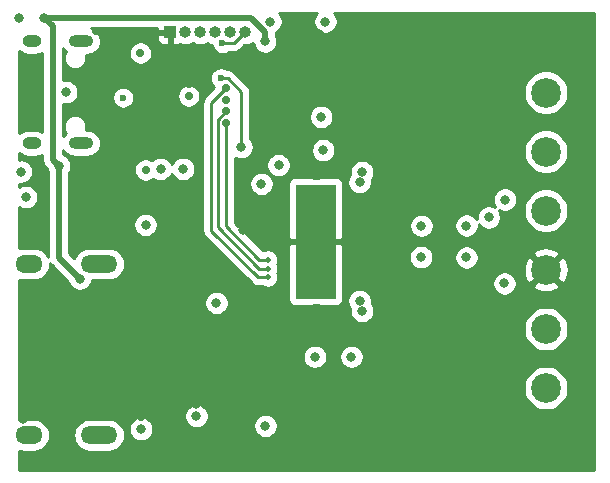
<source format=gbr>
%TF.GenerationSoftware,KiCad,Pcbnew,5.1.9-73d0e3b20d~88~ubuntu20.04.1*%
%TF.CreationDate,2021-04-24T16:50:53+02:00*%
%TF.ProjectId,elmo,656c6d6f-2e6b-4696-9361-645f70636258,v1.00*%
%TF.SameCoordinates,Original*%
%TF.FileFunction,Copper,L4,Bot*%
%TF.FilePolarity,Positive*%
%FSLAX46Y46*%
G04 Gerber Fmt 4.6, Leading zero omitted, Abs format (unit mm)*
G04 Created by KiCad (PCBNEW 5.1.9-73d0e3b20d~88~ubuntu20.04.1) date 2021-04-24 16:50:53*
%MOMM*%
%LPD*%
G01*
G04 APERTURE LIST*
%TA.AperFunction,ComponentPad*%
%ADD10C,2.524000*%
%TD*%
%TA.AperFunction,ComponentPad*%
%ADD11O,3.100000X1.500000*%
%TD*%
%TA.AperFunction,ComponentPad*%
%ADD12O,2.300000X1.500000*%
%TD*%
%TA.AperFunction,ComponentPad*%
%ADD13O,2.100000X1.000000*%
%TD*%
%TA.AperFunction,ComponentPad*%
%ADD14O,1.600000X1.000000*%
%TD*%
%TA.AperFunction,ComponentPad*%
%ADD15R,1.000000X1.000000*%
%TD*%
%TA.AperFunction,ComponentPad*%
%ADD16O,1.000000X1.000000*%
%TD*%
%TA.AperFunction,ComponentPad*%
%ADD17C,0.600000*%
%TD*%
%TA.AperFunction,SMDPad,CuDef*%
%ADD18R,3.400000X9.700000*%
%TD*%
%TA.AperFunction,ViaPad*%
%ADD19C,0.700000*%
%TD*%
%TA.AperFunction,ViaPad*%
%ADD20C,0.800000*%
%TD*%
%TA.AperFunction,ViaPad*%
%ADD21C,0.600000*%
%TD*%
%TA.AperFunction,ViaPad*%
%ADD22C,0.500000*%
%TD*%
%TA.AperFunction,Conductor*%
%ADD23C,0.500000*%
%TD*%
%TA.AperFunction,Conductor*%
%ADD24C,0.250000*%
%TD*%
%TA.AperFunction,Conductor*%
%ADD25C,0.254000*%
%TD*%
%TA.AperFunction,Conductor*%
%ADD26C,0.100000*%
%TD*%
G04 APERTURE END LIST*
D10*
%TO.P,J3,1*%
%TO.N,speaker_rigth_m*%
X170300000Y-112400000D03*
%TO.P,J3,2*%
%TO.N,speaker_rigth_p*%
X170300000Y-107400000D03*
%TO.P,J3,3*%
%TO.N,GND*%
X170300000Y-102400000D03*
%TO.P,J3,4*%
%TO.N,vin*%
X170300000Y-97400000D03*
%TO.P,J3,5*%
%TO.N,speaker_left_m*%
X170300000Y-92400000D03*
%TO.P,J3,6*%
%TO.N,speaker_left_p*%
X170300000Y-87400000D03*
%TD*%
D11*
%TO.P,J1,S2*%
%TO.N,N/C*%
X132460000Y-101900000D03*
%TO.P,J1,S1*%
X132460000Y-116400000D03*
D12*
%TO.P,J1,S3*%
X126500000Y-101900000D03*
%TO.P,J1,S4*%
X126500000Y-116400000D03*
%TD*%
D13*
%TO.P,J2,S1*%
%TO.N,N/C*%
X130925000Y-83030000D03*
%TO.P,J2,S2*%
X130925000Y-91670000D03*
D14*
%TO.P,J2,S4*%
X126745000Y-83030000D03*
%TO.P,J2,S3*%
X126745000Y-91670000D03*
%TD*%
D15*
%TO.P,J4,1*%
%TO.N,GND*%
X138465000Y-82260000D03*
D16*
%TO.P,J4,2*%
%TO.N,swdio*%
X139735000Y-82260000D03*
%TO.P,J4,3*%
%TO.N,swclk*%
X141005000Y-82260000D03*
%TO.P,J4,4*%
%TO.N,GND*%
X142275000Y-82260000D03*
%TO.P,J4,5*%
%TO.N,uart_rx*%
X143545000Y-82260000D03*
%TO.P,J4,6*%
%TO.N,uart_tx*%
X144815000Y-82260000D03*
%TD*%
D17*
%TO.P,U1,29*%
%TO.N,GND*%
X149500000Y-95550000D03*
X150800000Y-95550000D03*
X152100000Y-95550000D03*
X152100000Y-97330000D03*
X150800000Y-97330000D03*
X149500000Y-97330000D03*
X152100000Y-99110000D03*
X150800000Y-99110000D03*
X149500000Y-99110000D03*
X152100000Y-100890000D03*
X150800000Y-100890000D03*
X149500000Y-100890000D03*
X152100000Y-102670000D03*
X150800000Y-102670000D03*
X149500000Y-102670000D03*
X152100000Y-104450000D03*
X150800000Y-104450000D03*
X149500000Y-104450000D03*
D18*
X150800000Y-100000000D03*
%TD*%
D19*
%TO.N,GND*%
X153500000Y-89450000D03*
X153500000Y-88760000D03*
D20*
X166800000Y-90700000D03*
X164110022Y-90689978D03*
X165460000Y-86150000D03*
X166790000Y-87250000D03*
X166830000Y-94550000D03*
X165450000Y-102050000D03*
X161650000Y-98680000D03*
X161630000Y-101340000D03*
X157840000Y-101330000D03*
X157840000Y-98660000D03*
X166780000Y-105460000D03*
X165450000Y-113770000D03*
X166780000Y-112670000D03*
X166770000Y-109230000D03*
X164110000Y-109230000D03*
X144655000Y-95105000D03*
X143715000Y-112625000D03*
X146540000Y-112875000D03*
X140700000Y-113730000D03*
X136030000Y-113925000D03*
X136030000Y-111975000D03*
X131320000Y-110150000D03*
X131320000Y-108650000D03*
X151040000Y-82450000D03*
D19*
X153500000Y-90150000D03*
D20*
X159590000Y-83820000D03*
X159590000Y-81830000D03*
D19*
X134500000Y-93920000D03*
X140075000Y-86700000D03*
D21*
X134500000Y-86870000D03*
D20*
X134910000Y-89650000D03*
X134910000Y-85050000D03*
X132670000Y-84000000D03*
X132660000Y-90700000D03*
X132690000Y-93570000D03*
X136755000Y-105720000D03*
D19*
X136030000Y-114890000D03*
D20*
X140664991Y-111120000D03*
X145975000Y-85725000D03*
X147825000Y-85870000D03*
X149550000Y-93520000D03*
X131320000Y-111640000D03*
X131320000Y-113140000D03*
X156819992Y-90910000D03*
X155540000Y-92269966D03*
X142425001Y-102475000D03*
X144678659Y-99006341D03*
X145975000Y-90275000D03*
X130909999Y-105289999D03*
X153825000Y-116700000D03*
X150725000Y-116700000D03*
D19*
X130850000Y-98430000D03*
D20*
X174000000Y-81000000D03*
X170000000Y-81000000D03*
X166000000Y-81000000D03*
X162000000Y-81000000D03*
X174000000Y-85000000D03*
X174000000Y-103000000D03*
X174000000Y-107000000D03*
X174000000Y-111000000D03*
X174000000Y-115000000D03*
X174000000Y-119000000D03*
X146000000Y-119000000D03*
X142000000Y-119000000D03*
X138000000Y-119000000D03*
X134000000Y-119000000D03*
X130000000Y-119000000D03*
X126000000Y-119000000D03*
X126000000Y-115000000D03*
X126000000Y-111000000D03*
X126000000Y-107000000D03*
X126000000Y-99000000D03*
X126000000Y-85000000D03*
X126000000Y-89000000D03*
X160690000Y-88420000D03*
X160700000Y-95500000D03*
X160700000Y-104500000D03*
X160700000Y-111600000D03*
D19*
X132220000Y-82150000D03*
D20*
X174000000Y-89000000D03*
X174000000Y-93000000D03*
X174000000Y-97000000D03*
X174000000Y-100000000D03*
X170000000Y-119000000D03*
X166000000Y-119000000D03*
X162000000Y-119000000D03*
X158000000Y-119000000D03*
D19*
X145980000Y-104870000D03*
D20*
X148876041Y-82303959D03*
D19*
X140490000Y-107500000D03*
D20*
%TO.N,+5V*%
X129057650Y-93591887D03*
X146530000Y-83060000D03*
X130830000Y-103140000D03*
X127802653Y-81060000D03*
%TO.N,+3V3*%
X146205000Y-95105000D03*
X146540000Y-115600000D03*
X140700000Y-114770000D03*
X136020000Y-115875000D03*
X125840000Y-94080000D03*
X126270000Y-96230000D03*
D19*
X136400000Y-93930000D03*
D20*
X136400000Y-98590000D03*
X137670000Y-93850000D03*
X139580000Y-93850000D03*
D19*
X140060000Y-87675000D03*
X143200000Y-87997793D03*
D20*
X147650000Y-93520000D03*
X142400000Y-105200000D03*
%TO.N,usb_vbus*%
X125700000Y-81060000D03*
D21*
X134500000Y-87820000D03*
D20*
X129670000Y-87350000D03*
D22*
%TO.N,i2c_scl*%
X146750000Y-102280000D03*
D19*
X143200000Y-88975000D03*
D22*
%TO.N,i2c_sda*%
X146750000Y-101530000D03*
D19*
X143201039Y-89928570D03*
D22*
%TO.N,tas_pdn*%
X146750000Y-103030000D03*
D19*
X143200000Y-87025000D03*
D20*
%TO.N,vin*%
X151270000Y-89450000D03*
X166830000Y-96450000D03*
X165450000Y-97950000D03*
X163560000Y-98650000D03*
X163560000Y-101340000D03*
X159750000Y-98660000D03*
X159730000Y-101320000D03*
X166780000Y-103540000D03*
X154725000Y-94125000D03*
X154525000Y-94975000D03*
X154725000Y-105875000D03*
X154525000Y-105025000D03*
X151440000Y-92260000D03*
X153825000Y-109750000D03*
X150725000Y-109750000D03*
X151620000Y-81380000D03*
D21*
%TO.N,uart_tx*%
X142900002Y-83180008D03*
D20*
%TO.N,led1*%
X146970000Y-81380000D03*
D19*
X135960000Y-84040000D03*
D20*
%TO.N,dir_error*%
X144502500Y-92000000D03*
D21*
X142785037Y-86168927D03*
%TD*%
D23*
%TO.N,+5V*%
X129057650Y-101367650D02*
X129057650Y-93591887D01*
X130830000Y-103140000D02*
X129057650Y-101367650D01*
X128530000Y-81787347D02*
X127802653Y-81060000D01*
X128530000Y-93064237D02*
X128530000Y-81787347D01*
X129057650Y-93591887D02*
X128530000Y-93064237D01*
X146530000Y-82270000D02*
X146530000Y-83060000D01*
X145320000Y-81060000D02*
X146530000Y-82270000D01*
X127802653Y-81060000D02*
X145320000Y-81060000D01*
D24*
%TO.N,i2c_scl*%
X142500000Y-89675000D02*
X143200000Y-88975000D01*
X142500000Y-98750000D02*
X142500000Y-89675000D01*
X146030000Y-102280000D02*
X142500000Y-98750000D01*
X146750000Y-102280000D02*
X146030000Y-102280000D01*
%TO.N,i2c_sda*%
X143201039Y-98701039D02*
X143201039Y-89928570D01*
X146030000Y-101530000D02*
X143201039Y-98701039D01*
X146750000Y-101530000D02*
X146030000Y-101530000D01*
%TO.N,tas_pdn*%
X141975000Y-99075000D02*
X141975000Y-88250000D01*
X145930000Y-103030000D02*
X141975000Y-99075000D01*
X141975000Y-88250000D02*
X143200000Y-87025000D01*
X146750000Y-103030000D02*
X145930000Y-103030000D01*
%TO.N,vin*%
X151620000Y-81380000D02*
X151610000Y-81380000D01*
%TO.N,uart_tx*%
X144815000Y-82260000D02*
X143894992Y-83180008D01*
X143894992Y-83180008D02*
X142900002Y-83180008D01*
%TO.N,dir_error*%
X143342929Y-86168927D02*
X142785037Y-86168927D01*
X144502500Y-87328498D02*
X143342929Y-86168927D01*
X144502500Y-92000000D02*
X144502500Y-87328498D01*
%TD*%
D25*
%TO.N,GND*%
X150816063Y-80720226D02*
X150702795Y-80889744D01*
X150624774Y-81078102D01*
X150585000Y-81278061D01*
X150585000Y-81481939D01*
X150624774Y-81681898D01*
X150702795Y-81870256D01*
X150816063Y-82039774D01*
X150960226Y-82183937D01*
X151129744Y-82297205D01*
X151318102Y-82375226D01*
X151518061Y-82415000D01*
X151721939Y-82415000D01*
X151921898Y-82375226D01*
X152110256Y-82297205D01*
X152279774Y-82183937D01*
X152423937Y-82039774D01*
X152537205Y-81870256D01*
X152615226Y-81681898D01*
X152655000Y-81481939D01*
X152655000Y-81278061D01*
X152615226Y-81078102D01*
X152537205Y-80889744D01*
X152423937Y-80720226D01*
X152363711Y-80660000D01*
X174340000Y-80660000D01*
X174340001Y-119340000D01*
X125660000Y-119340000D01*
X125660000Y-117713848D01*
X125828493Y-117764960D01*
X126031963Y-117785000D01*
X126968037Y-117785000D01*
X127171507Y-117764960D01*
X127432581Y-117685764D01*
X127673188Y-117557157D01*
X127884081Y-117384081D01*
X128057157Y-117173188D01*
X128185764Y-116932581D01*
X128264960Y-116671507D01*
X128291701Y-116400000D01*
X130268299Y-116400000D01*
X130295040Y-116671507D01*
X130374236Y-116932581D01*
X130502843Y-117173188D01*
X130675919Y-117384081D01*
X130886812Y-117557157D01*
X131127419Y-117685764D01*
X131388493Y-117764960D01*
X131591963Y-117785000D01*
X133328037Y-117785000D01*
X133531507Y-117764960D01*
X133792581Y-117685764D01*
X134033188Y-117557157D01*
X134244081Y-117384081D01*
X134417157Y-117173188D01*
X134545764Y-116932581D01*
X134624960Y-116671507D01*
X134651701Y-116400000D01*
X134624960Y-116128493D01*
X134545764Y-115867419D01*
X134495329Y-115773061D01*
X134985000Y-115773061D01*
X134985000Y-115976939D01*
X135024774Y-116176898D01*
X135102795Y-116365256D01*
X135216063Y-116534774D01*
X135360226Y-116678937D01*
X135529744Y-116792205D01*
X135718102Y-116870226D01*
X135918061Y-116910000D01*
X136121939Y-116910000D01*
X136321898Y-116870226D01*
X136510256Y-116792205D01*
X136679774Y-116678937D01*
X136823937Y-116534774D01*
X136937205Y-116365256D01*
X137015226Y-116176898D01*
X137055000Y-115976939D01*
X137055000Y-115773061D01*
X137015226Y-115573102D01*
X136937205Y-115384744D01*
X136823937Y-115215226D01*
X136679774Y-115071063D01*
X136510256Y-114957795D01*
X136321898Y-114879774D01*
X136121939Y-114840000D01*
X135918061Y-114840000D01*
X135718102Y-114879774D01*
X135529744Y-114957795D01*
X135360226Y-115071063D01*
X135216063Y-115215226D01*
X135102795Y-115384744D01*
X135024774Y-115573102D01*
X134985000Y-115773061D01*
X134495329Y-115773061D01*
X134417157Y-115626812D01*
X134244081Y-115415919D01*
X134033188Y-115242843D01*
X133792581Y-115114236D01*
X133531507Y-115035040D01*
X133328037Y-115015000D01*
X131591963Y-115015000D01*
X131388493Y-115035040D01*
X131127419Y-115114236D01*
X130886812Y-115242843D01*
X130675919Y-115415919D01*
X130502843Y-115626812D01*
X130374236Y-115867419D01*
X130295040Y-116128493D01*
X130268299Y-116400000D01*
X128291701Y-116400000D01*
X128264960Y-116128493D01*
X128185764Y-115867419D01*
X128057157Y-115626812D01*
X127884081Y-115415919D01*
X127673188Y-115242843D01*
X127432581Y-115114236D01*
X127171507Y-115035040D01*
X126968037Y-115015000D01*
X126031963Y-115015000D01*
X125828493Y-115035040D01*
X125660000Y-115086152D01*
X125660000Y-114668061D01*
X139665000Y-114668061D01*
X139665000Y-114871939D01*
X139704774Y-115071898D01*
X139782795Y-115260256D01*
X139896063Y-115429774D01*
X140040226Y-115573937D01*
X140209744Y-115687205D01*
X140398102Y-115765226D01*
X140598061Y-115805000D01*
X140801939Y-115805000D01*
X141001898Y-115765226D01*
X141190256Y-115687205D01*
X141359774Y-115573937D01*
X141435650Y-115498061D01*
X145505000Y-115498061D01*
X145505000Y-115701939D01*
X145544774Y-115901898D01*
X145622795Y-116090256D01*
X145736063Y-116259774D01*
X145880226Y-116403937D01*
X146049744Y-116517205D01*
X146238102Y-116595226D01*
X146438061Y-116635000D01*
X146641939Y-116635000D01*
X146841898Y-116595226D01*
X147030256Y-116517205D01*
X147199774Y-116403937D01*
X147343937Y-116259774D01*
X147457205Y-116090256D01*
X147535226Y-115901898D01*
X147575000Y-115701939D01*
X147575000Y-115498061D01*
X147535226Y-115298102D01*
X147457205Y-115109744D01*
X147343937Y-114940226D01*
X147199774Y-114796063D01*
X147030256Y-114682795D01*
X146841898Y-114604774D01*
X146641939Y-114565000D01*
X146438061Y-114565000D01*
X146238102Y-114604774D01*
X146049744Y-114682795D01*
X145880226Y-114796063D01*
X145736063Y-114940226D01*
X145622795Y-115109744D01*
X145544774Y-115298102D01*
X145505000Y-115498061D01*
X141435650Y-115498061D01*
X141503937Y-115429774D01*
X141617205Y-115260256D01*
X141695226Y-115071898D01*
X141735000Y-114871939D01*
X141735000Y-114668061D01*
X141695226Y-114468102D01*
X141617205Y-114279744D01*
X141503937Y-114110226D01*
X141359774Y-113966063D01*
X141190256Y-113852795D01*
X141001898Y-113774774D01*
X140801939Y-113735000D01*
X140598061Y-113735000D01*
X140398102Y-113774774D01*
X140209744Y-113852795D01*
X140040226Y-113966063D01*
X139896063Y-114110226D01*
X139782795Y-114279744D01*
X139704774Y-114468102D01*
X139665000Y-114668061D01*
X125660000Y-114668061D01*
X125660000Y-112213162D01*
X168403000Y-112213162D01*
X168403000Y-112586838D01*
X168475900Y-112953335D01*
X168618900Y-113298567D01*
X168826504Y-113609267D01*
X169090733Y-113873496D01*
X169401433Y-114081100D01*
X169746665Y-114224100D01*
X170113162Y-114297000D01*
X170486838Y-114297000D01*
X170853335Y-114224100D01*
X171198567Y-114081100D01*
X171509267Y-113873496D01*
X171773496Y-113609267D01*
X171981100Y-113298567D01*
X172124100Y-112953335D01*
X172197000Y-112586838D01*
X172197000Y-112213162D01*
X172124100Y-111846665D01*
X171981100Y-111501433D01*
X171773496Y-111190733D01*
X171509267Y-110926504D01*
X171198567Y-110718900D01*
X170853335Y-110575900D01*
X170486838Y-110503000D01*
X170113162Y-110503000D01*
X169746665Y-110575900D01*
X169401433Y-110718900D01*
X169090733Y-110926504D01*
X168826504Y-111190733D01*
X168618900Y-111501433D01*
X168475900Y-111846665D01*
X168403000Y-112213162D01*
X125660000Y-112213162D01*
X125660000Y-109648061D01*
X149690000Y-109648061D01*
X149690000Y-109851939D01*
X149729774Y-110051898D01*
X149807795Y-110240256D01*
X149921063Y-110409774D01*
X150065226Y-110553937D01*
X150234744Y-110667205D01*
X150423102Y-110745226D01*
X150623061Y-110785000D01*
X150826939Y-110785000D01*
X151026898Y-110745226D01*
X151215256Y-110667205D01*
X151384774Y-110553937D01*
X151528937Y-110409774D01*
X151642205Y-110240256D01*
X151720226Y-110051898D01*
X151760000Y-109851939D01*
X151760000Y-109648061D01*
X152790000Y-109648061D01*
X152790000Y-109851939D01*
X152829774Y-110051898D01*
X152907795Y-110240256D01*
X153021063Y-110409774D01*
X153165226Y-110553937D01*
X153334744Y-110667205D01*
X153523102Y-110745226D01*
X153723061Y-110785000D01*
X153926939Y-110785000D01*
X154126898Y-110745226D01*
X154315256Y-110667205D01*
X154484774Y-110553937D01*
X154628937Y-110409774D01*
X154742205Y-110240256D01*
X154820226Y-110051898D01*
X154860000Y-109851939D01*
X154860000Y-109648061D01*
X154820226Y-109448102D01*
X154742205Y-109259744D01*
X154628937Y-109090226D01*
X154484774Y-108946063D01*
X154315256Y-108832795D01*
X154126898Y-108754774D01*
X153926939Y-108715000D01*
X153723061Y-108715000D01*
X153523102Y-108754774D01*
X153334744Y-108832795D01*
X153165226Y-108946063D01*
X153021063Y-109090226D01*
X152907795Y-109259744D01*
X152829774Y-109448102D01*
X152790000Y-109648061D01*
X151760000Y-109648061D01*
X151720226Y-109448102D01*
X151642205Y-109259744D01*
X151528937Y-109090226D01*
X151384774Y-108946063D01*
X151215256Y-108832795D01*
X151026898Y-108754774D01*
X150826939Y-108715000D01*
X150623061Y-108715000D01*
X150423102Y-108754774D01*
X150234744Y-108832795D01*
X150065226Y-108946063D01*
X149921063Y-109090226D01*
X149807795Y-109259744D01*
X149729774Y-109448102D01*
X149690000Y-109648061D01*
X125660000Y-109648061D01*
X125660000Y-107213162D01*
X168403000Y-107213162D01*
X168403000Y-107586838D01*
X168475900Y-107953335D01*
X168618900Y-108298567D01*
X168826504Y-108609267D01*
X169090733Y-108873496D01*
X169401433Y-109081100D01*
X169746665Y-109224100D01*
X170113162Y-109297000D01*
X170486838Y-109297000D01*
X170853335Y-109224100D01*
X171198567Y-109081100D01*
X171509267Y-108873496D01*
X171773496Y-108609267D01*
X171981100Y-108298567D01*
X172124100Y-107953335D01*
X172197000Y-107586838D01*
X172197000Y-107213162D01*
X172124100Y-106846665D01*
X171981100Y-106501433D01*
X171773496Y-106190733D01*
X171509267Y-105926504D01*
X171198567Y-105718900D01*
X170853335Y-105575900D01*
X170486838Y-105503000D01*
X170113162Y-105503000D01*
X169746665Y-105575900D01*
X169401433Y-105718900D01*
X169090733Y-105926504D01*
X168826504Y-106190733D01*
X168618900Y-106501433D01*
X168475900Y-106846665D01*
X168403000Y-107213162D01*
X125660000Y-107213162D01*
X125660000Y-105098061D01*
X141365000Y-105098061D01*
X141365000Y-105301939D01*
X141404774Y-105501898D01*
X141482795Y-105690256D01*
X141596063Y-105859774D01*
X141740226Y-106003937D01*
X141909744Y-106117205D01*
X142098102Y-106195226D01*
X142298061Y-106235000D01*
X142501939Y-106235000D01*
X142701898Y-106195226D01*
X142890256Y-106117205D01*
X143059774Y-106003937D01*
X143203937Y-105859774D01*
X143317205Y-105690256D01*
X143395226Y-105501898D01*
X143435000Y-105301939D01*
X143435000Y-105098061D01*
X143395226Y-104898102D01*
X143317205Y-104709744D01*
X143203937Y-104540226D01*
X143059774Y-104396063D01*
X142890256Y-104282795D01*
X142701898Y-104204774D01*
X142501939Y-104165000D01*
X142298061Y-104165000D01*
X142098102Y-104204774D01*
X141909744Y-104282795D01*
X141740226Y-104396063D01*
X141596063Y-104540226D01*
X141482795Y-104709744D01*
X141404774Y-104898102D01*
X141365000Y-105098061D01*
X125660000Y-105098061D01*
X125660000Y-103213848D01*
X125828493Y-103264960D01*
X126031963Y-103285000D01*
X126968037Y-103285000D01*
X127171507Y-103264960D01*
X127432581Y-103185764D01*
X127673188Y-103057157D01*
X127884081Y-102884081D01*
X128057157Y-102673188D01*
X128185764Y-102432581D01*
X128264960Y-102171507D01*
X128291701Y-101900000D01*
X128281083Y-101792193D01*
X128318239Y-101861708D01*
X128428833Y-101996467D01*
X128462606Y-102024184D01*
X129823465Y-103385044D01*
X129834774Y-103441898D01*
X129912795Y-103630256D01*
X130026063Y-103799774D01*
X130170226Y-103943937D01*
X130339744Y-104057205D01*
X130528102Y-104135226D01*
X130728061Y-104175000D01*
X130931939Y-104175000D01*
X131131898Y-104135226D01*
X131320256Y-104057205D01*
X131489774Y-103943937D01*
X131633937Y-103799774D01*
X131747205Y-103630256D01*
X131825226Y-103441898D01*
X131856435Y-103285000D01*
X133328037Y-103285000D01*
X133531507Y-103264960D01*
X133792581Y-103185764D01*
X134033188Y-103057157D01*
X134244081Y-102884081D01*
X134417157Y-102673188D01*
X134545764Y-102432581D01*
X134624960Y-102171507D01*
X134651701Y-101900000D01*
X134624960Y-101628493D01*
X134545764Y-101367419D01*
X134417157Y-101126812D01*
X134244081Y-100915919D01*
X134033188Y-100742843D01*
X133792581Y-100614236D01*
X133531507Y-100535040D01*
X133328037Y-100515000D01*
X131591963Y-100515000D01*
X131388493Y-100535040D01*
X131127419Y-100614236D01*
X130886812Y-100742843D01*
X130675919Y-100915919D01*
X130502843Y-101126812D01*
X130374236Y-101367419D01*
X130359052Y-101417474D01*
X129942650Y-101001072D01*
X129942650Y-98488061D01*
X135365000Y-98488061D01*
X135365000Y-98691939D01*
X135404774Y-98891898D01*
X135482795Y-99080256D01*
X135596063Y-99249774D01*
X135740226Y-99393937D01*
X135909744Y-99507205D01*
X136098102Y-99585226D01*
X136298061Y-99625000D01*
X136501939Y-99625000D01*
X136701898Y-99585226D01*
X136890256Y-99507205D01*
X137059774Y-99393937D01*
X137203937Y-99249774D01*
X137317205Y-99080256D01*
X137395226Y-98891898D01*
X137435000Y-98691939D01*
X137435000Y-98488061D01*
X137395226Y-98288102D01*
X137317205Y-98099744D01*
X137203937Y-97930226D01*
X137059774Y-97786063D01*
X136890256Y-97672795D01*
X136701898Y-97594774D01*
X136501939Y-97555000D01*
X136298061Y-97555000D01*
X136098102Y-97594774D01*
X135909744Y-97672795D01*
X135740226Y-97786063D01*
X135596063Y-97930226D01*
X135482795Y-98099744D01*
X135404774Y-98288102D01*
X135365000Y-98488061D01*
X129942650Y-98488061D01*
X129942650Y-94130341D01*
X129974855Y-94082143D01*
X130052876Y-93893785D01*
X130064969Y-93832986D01*
X135415000Y-93832986D01*
X135415000Y-94027014D01*
X135452853Y-94217314D01*
X135527104Y-94396572D01*
X135634901Y-94557901D01*
X135772099Y-94695099D01*
X135933428Y-94802896D01*
X136112686Y-94877147D01*
X136302986Y-94915000D01*
X136497014Y-94915000D01*
X136687314Y-94877147D01*
X136866572Y-94802896D01*
X137027901Y-94695099D01*
X137045496Y-94677504D01*
X137179744Y-94767205D01*
X137368102Y-94845226D01*
X137568061Y-94885000D01*
X137771939Y-94885000D01*
X137971898Y-94845226D01*
X138160256Y-94767205D01*
X138329774Y-94653937D01*
X138473937Y-94509774D01*
X138587205Y-94340256D01*
X138625000Y-94249011D01*
X138662795Y-94340256D01*
X138776063Y-94509774D01*
X138920226Y-94653937D01*
X139089744Y-94767205D01*
X139278102Y-94845226D01*
X139478061Y-94885000D01*
X139681939Y-94885000D01*
X139881898Y-94845226D01*
X140070256Y-94767205D01*
X140239774Y-94653937D01*
X140383937Y-94509774D01*
X140497205Y-94340256D01*
X140575226Y-94151898D01*
X140615000Y-93951939D01*
X140615000Y-93748061D01*
X140575226Y-93548102D01*
X140497205Y-93359744D01*
X140383937Y-93190226D01*
X140239774Y-93046063D01*
X140070256Y-92932795D01*
X139881898Y-92854774D01*
X139681939Y-92815000D01*
X139478061Y-92815000D01*
X139278102Y-92854774D01*
X139089744Y-92932795D01*
X138920226Y-93046063D01*
X138776063Y-93190226D01*
X138662795Y-93359744D01*
X138625000Y-93450989D01*
X138587205Y-93359744D01*
X138473937Y-93190226D01*
X138329774Y-93046063D01*
X138160256Y-92932795D01*
X137971898Y-92854774D01*
X137771939Y-92815000D01*
X137568061Y-92815000D01*
X137368102Y-92854774D01*
X137179744Y-92932795D01*
X137010226Y-93046063D01*
X136946068Y-93110221D01*
X136866572Y-93057104D01*
X136687314Y-92982853D01*
X136497014Y-92945000D01*
X136302986Y-92945000D01*
X136112686Y-92982853D01*
X135933428Y-93057104D01*
X135772099Y-93164901D01*
X135634901Y-93302099D01*
X135527104Y-93463428D01*
X135452853Y-93642686D01*
X135415000Y-93832986D01*
X130064969Y-93832986D01*
X130092650Y-93693826D01*
X130092650Y-93489948D01*
X130052876Y-93289989D01*
X129974855Y-93101631D01*
X129861587Y-92932113D01*
X129717424Y-92787950D01*
X129547906Y-92674682D01*
X129415000Y-92619630D01*
X129415000Y-92281704D01*
X129426716Y-92303623D01*
X129568551Y-92476449D01*
X129741377Y-92618284D01*
X129938553Y-92723676D01*
X130152501Y-92788577D01*
X130319248Y-92805000D01*
X131530752Y-92805000D01*
X131697499Y-92788577D01*
X131911447Y-92723676D01*
X132108623Y-92618284D01*
X132281449Y-92476449D01*
X132423284Y-92303623D01*
X132528676Y-92106447D01*
X132593577Y-91892499D01*
X132615491Y-91670000D01*
X132593577Y-91447501D01*
X132528676Y-91233553D01*
X132423284Y-91036377D01*
X132281449Y-90863551D01*
X132108623Y-90721716D01*
X131911447Y-90616324D01*
X131697499Y-90551423D01*
X131530752Y-90535000D01*
X131341904Y-90535000D01*
X131348108Y-90520022D01*
X131385000Y-90334552D01*
X131385000Y-90145448D01*
X131348108Y-89959978D01*
X131275741Y-89785269D01*
X131170681Y-89628036D01*
X131036964Y-89494319D01*
X130879731Y-89389259D01*
X130705022Y-89316892D01*
X130519552Y-89280000D01*
X130330448Y-89280000D01*
X130144978Y-89316892D01*
X129970269Y-89389259D01*
X129813036Y-89494319D01*
X129679319Y-89628036D01*
X129574259Y-89785269D01*
X129501892Y-89959978D01*
X129465000Y-90145448D01*
X129465000Y-90334552D01*
X129501892Y-90520022D01*
X129574259Y-90694731D01*
X129645090Y-90800737D01*
X129568551Y-90863551D01*
X129426716Y-91036377D01*
X129415000Y-91058296D01*
X129415000Y-88354555D01*
X129568061Y-88385000D01*
X129771939Y-88385000D01*
X129971898Y-88345226D01*
X130160256Y-88267205D01*
X130329774Y-88153937D01*
X130473937Y-88009774D01*
X130587205Y-87840256D01*
X130633740Y-87727911D01*
X133565000Y-87727911D01*
X133565000Y-87912089D01*
X133600932Y-88092729D01*
X133671414Y-88262889D01*
X133773738Y-88416028D01*
X133903972Y-88546262D01*
X134057111Y-88648586D01*
X134227271Y-88719068D01*
X134407911Y-88755000D01*
X134592089Y-88755000D01*
X134772729Y-88719068D01*
X134942889Y-88648586D01*
X135096028Y-88546262D01*
X135226262Y-88416028D01*
X135328586Y-88262889D01*
X135399068Y-88092729D01*
X135435000Y-87912089D01*
X135435000Y-87727911D01*
X135405178Y-87577986D01*
X139075000Y-87577986D01*
X139075000Y-87772014D01*
X139112853Y-87962314D01*
X139187104Y-88141572D01*
X139294901Y-88302901D01*
X139432099Y-88440099D01*
X139593428Y-88547896D01*
X139772686Y-88622147D01*
X139962986Y-88660000D01*
X140157014Y-88660000D01*
X140347314Y-88622147D01*
X140526572Y-88547896D01*
X140687901Y-88440099D01*
X140825099Y-88302901D01*
X140860446Y-88250000D01*
X141211324Y-88250000D01*
X141215001Y-88287332D01*
X141215000Y-99037678D01*
X141211324Y-99075000D01*
X141215000Y-99112322D01*
X141215000Y-99112332D01*
X141225997Y-99223985D01*
X141255054Y-99319774D01*
X141269454Y-99367246D01*
X141340026Y-99499276D01*
X141351845Y-99513677D01*
X141434999Y-99615001D01*
X141464003Y-99638804D01*
X145366201Y-103541003D01*
X145389999Y-103570001D01*
X145505724Y-103664974D01*
X145637753Y-103735546D01*
X145781014Y-103779003D01*
X145892667Y-103790000D01*
X145892675Y-103790000D01*
X145930000Y-103793676D01*
X145967325Y-103790000D01*
X146294462Y-103790000D01*
X146330795Y-103814277D01*
X146491855Y-103880990D01*
X146662835Y-103915000D01*
X146837165Y-103915000D01*
X147008145Y-103880990D01*
X147169205Y-103814277D01*
X147314155Y-103717424D01*
X147437424Y-103594155D01*
X147534277Y-103449205D01*
X147600990Y-103288145D01*
X147635000Y-103117165D01*
X147635000Y-102942835D01*
X147600990Y-102771855D01*
X147552587Y-102655000D01*
X147600990Y-102538145D01*
X147635000Y-102367165D01*
X147635000Y-102192835D01*
X147600990Y-102021855D01*
X147552587Y-101905000D01*
X147600990Y-101788145D01*
X147635000Y-101617165D01*
X147635000Y-101442835D01*
X147600990Y-101271855D01*
X147534277Y-101110795D01*
X147437424Y-100965845D01*
X147314155Y-100842576D01*
X147169205Y-100745723D01*
X147008145Y-100679010D01*
X146837165Y-100645000D01*
X146662835Y-100645000D01*
X146491855Y-100679010D01*
X146330795Y-100745723D01*
X146324639Y-100749837D01*
X143961039Y-98386238D01*
X143961039Y-95003061D01*
X145170000Y-95003061D01*
X145170000Y-95206939D01*
X145209774Y-95406898D01*
X145287795Y-95595256D01*
X145401063Y-95764774D01*
X145545226Y-95908937D01*
X145714744Y-96022205D01*
X145903102Y-96100226D01*
X146103061Y-96140000D01*
X146306939Y-96140000D01*
X146506898Y-96100226D01*
X146695256Y-96022205D01*
X146864774Y-95908937D01*
X147008937Y-95764774D01*
X147122205Y-95595256D01*
X147200226Y-95406898D01*
X147240000Y-95206939D01*
X147240000Y-95150000D01*
X148461928Y-95150000D01*
X148465000Y-99714250D01*
X148623750Y-99873000D01*
X149052052Y-99873000D01*
X149055575Y-99937763D01*
X149205370Y-100000137D01*
X149058649Y-100060592D01*
X149055575Y-100062237D01*
X149052052Y-100127000D01*
X148623750Y-100127000D01*
X148465000Y-100285750D01*
X148461928Y-104850000D01*
X148474188Y-104974482D01*
X148510498Y-105094180D01*
X148569463Y-105204494D01*
X148648815Y-105301185D01*
X148745506Y-105380537D01*
X148855820Y-105439502D01*
X148975518Y-105475812D01*
X149100000Y-105488072D01*
X150514250Y-105485000D01*
X150629768Y-105369482D01*
X150706176Y-105384828D01*
X150890355Y-105385171D01*
X150970194Y-105369444D01*
X151085750Y-105485000D01*
X152500000Y-105488072D01*
X152624482Y-105475812D01*
X152744180Y-105439502D01*
X152854494Y-105380537D01*
X152951185Y-105301185D01*
X153030537Y-105204494D01*
X153089502Y-105094180D01*
X153125812Y-104974482D01*
X153130876Y-104923061D01*
X153490000Y-104923061D01*
X153490000Y-105126939D01*
X153529774Y-105326898D01*
X153607795Y-105515256D01*
X153710659Y-105669203D01*
X153690000Y-105773061D01*
X153690000Y-105976939D01*
X153729774Y-106176898D01*
X153807795Y-106365256D01*
X153921063Y-106534774D01*
X154065226Y-106678937D01*
X154234744Y-106792205D01*
X154423102Y-106870226D01*
X154623061Y-106910000D01*
X154826939Y-106910000D01*
X155026898Y-106870226D01*
X155215256Y-106792205D01*
X155384774Y-106678937D01*
X155528937Y-106534774D01*
X155642205Y-106365256D01*
X155720226Y-106176898D01*
X155760000Y-105976939D01*
X155760000Y-105773061D01*
X155720226Y-105573102D01*
X155642205Y-105384744D01*
X155539341Y-105230797D01*
X155560000Y-105126939D01*
X155560000Y-104923061D01*
X155520226Y-104723102D01*
X155442205Y-104534744D01*
X155328937Y-104365226D01*
X155184774Y-104221063D01*
X155015256Y-104107795D01*
X154826898Y-104029774D01*
X154626939Y-103990000D01*
X154423061Y-103990000D01*
X154223102Y-104029774D01*
X154034744Y-104107795D01*
X153865226Y-104221063D01*
X153721063Y-104365226D01*
X153607795Y-104534744D01*
X153529774Y-104723102D01*
X153490000Y-104923061D01*
X153130876Y-104923061D01*
X153138072Y-104850000D01*
X153137122Y-103438061D01*
X165745000Y-103438061D01*
X165745000Y-103641939D01*
X165784774Y-103841898D01*
X165862795Y-104030256D01*
X165976063Y-104199774D01*
X166120226Y-104343937D01*
X166289744Y-104457205D01*
X166478102Y-104535226D01*
X166678061Y-104575000D01*
X166881939Y-104575000D01*
X167081898Y-104535226D01*
X167270256Y-104457205D01*
X167439774Y-104343937D01*
X167583937Y-104199774D01*
X167697205Y-104030256D01*
X167775226Y-103841898D01*
X167799044Y-103722154D01*
X169157451Y-103722154D01*
X169284810Y-104013354D01*
X169619067Y-104180408D01*
X169979491Y-104279042D01*
X170352233Y-104305465D01*
X170722967Y-104258662D01*
X171077447Y-104140432D01*
X171315190Y-104013354D01*
X171442549Y-103722154D01*
X170300000Y-102579605D01*
X169157451Y-103722154D01*
X167799044Y-103722154D01*
X167815000Y-103641939D01*
X167815000Y-103438061D01*
X167775226Y-103238102D01*
X167697205Y-103049744D01*
X167583937Y-102880226D01*
X167439774Y-102736063D01*
X167270256Y-102622795D01*
X167081898Y-102544774D01*
X166881939Y-102505000D01*
X166678061Y-102505000D01*
X166478102Y-102544774D01*
X166289744Y-102622795D01*
X166120226Y-102736063D01*
X165976063Y-102880226D01*
X165862795Y-103049744D01*
X165784774Y-103238102D01*
X165745000Y-103438061D01*
X153137122Y-103438061D01*
X153136459Y-102452233D01*
X168394535Y-102452233D01*
X168441338Y-102822967D01*
X168559568Y-103177447D01*
X168686646Y-103415190D01*
X168977846Y-103542549D01*
X170120395Y-102400000D01*
X170479605Y-102400000D01*
X171622154Y-103542549D01*
X171913354Y-103415190D01*
X172080408Y-103080933D01*
X172179042Y-102720509D01*
X172205465Y-102347767D01*
X172158662Y-101977033D01*
X172040432Y-101622553D01*
X171913354Y-101384810D01*
X171622154Y-101257451D01*
X170479605Y-102400000D01*
X170120395Y-102400000D01*
X168977846Y-101257451D01*
X168686646Y-101384810D01*
X168519592Y-101719067D01*
X168420958Y-102079491D01*
X168394535Y-102452233D01*
X153136459Y-102452233D01*
X153135628Y-101218061D01*
X158695000Y-101218061D01*
X158695000Y-101421939D01*
X158734774Y-101621898D01*
X158812795Y-101810256D01*
X158926063Y-101979774D01*
X159070226Y-102123937D01*
X159239744Y-102237205D01*
X159428102Y-102315226D01*
X159628061Y-102355000D01*
X159831939Y-102355000D01*
X160031898Y-102315226D01*
X160220256Y-102237205D01*
X160389774Y-102123937D01*
X160533937Y-101979774D01*
X160647205Y-101810256D01*
X160725226Y-101621898D01*
X160765000Y-101421939D01*
X160765000Y-101238061D01*
X162525000Y-101238061D01*
X162525000Y-101441939D01*
X162564774Y-101641898D01*
X162642795Y-101830256D01*
X162756063Y-101999774D01*
X162900226Y-102143937D01*
X163069744Y-102257205D01*
X163258102Y-102335226D01*
X163458061Y-102375000D01*
X163661939Y-102375000D01*
X163861898Y-102335226D01*
X164050256Y-102257205D01*
X164219774Y-102143937D01*
X164363937Y-101999774D01*
X164477205Y-101830256D01*
X164555226Y-101641898D01*
X164595000Y-101441939D01*
X164595000Y-101238061D01*
X164563132Y-101077846D01*
X169157451Y-101077846D01*
X170300000Y-102220395D01*
X171442549Y-101077846D01*
X171315190Y-100786646D01*
X170980933Y-100619592D01*
X170620509Y-100520958D01*
X170247767Y-100494535D01*
X169877033Y-100541338D01*
X169522553Y-100659568D01*
X169284810Y-100786646D01*
X169157451Y-101077846D01*
X164563132Y-101077846D01*
X164555226Y-101038102D01*
X164477205Y-100849744D01*
X164363937Y-100680226D01*
X164219774Y-100536063D01*
X164050256Y-100422795D01*
X163861898Y-100344774D01*
X163661939Y-100305000D01*
X163458061Y-100305000D01*
X163258102Y-100344774D01*
X163069744Y-100422795D01*
X162900226Y-100536063D01*
X162756063Y-100680226D01*
X162642795Y-100849744D01*
X162564774Y-101038102D01*
X162525000Y-101238061D01*
X160765000Y-101238061D01*
X160765000Y-101218061D01*
X160725226Y-101018102D01*
X160647205Y-100829744D01*
X160533937Y-100660226D01*
X160389774Y-100516063D01*
X160220256Y-100402795D01*
X160031898Y-100324774D01*
X159831939Y-100285000D01*
X159628061Y-100285000D01*
X159428102Y-100324774D01*
X159239744Y-100402795D01*
X159070226Y-100516063D01*
X158926063Y-100660226D01*
X158812795Y-100829744D01*
X158734774Y-101018102D01*
X158695000Y-101218061D01*
X153135628Y-101218061D01*
X153135000Y-100285750D01*
X152976250Y-100127000D01*
X152547948Y-100127000D01*
X152544425Y-100062237D01*
X152394630Y-99999863D01*
X152541351Y-99939408D01*
X152544425Y-99937763D01*
X152547948Y-99873000D01*
X152976250Y-99873000D01*
X153135000Y-99714250D01*
X153135778Y-98558061D01*
X158715000Y-98558061D01*
X158715000Y-98761939D01*
X158754774Y-98961898D01*
X158832795Y-99150256D01*
X158946063Y-99319774D01*
X159090226Y-99463937D01*
X159259744Y-99577205D01*
X159448102Y-99655226D01*
X159648061Y-99695000D01*
X159851939Y-99695000D01*
X160051898Y-99655226D01*
X160240256Y-99577205D01*
X160409774Y-99463937D01*
X160553937Y-99319774D01*
X160667205Y-99150256D01*
X160745226Y-98961898D01*
X160785000Y-98761939D01*
X160785000Y-98558061D01*
X160783011Y-98548061D01*
X162525000Y-98548061D01*
X162525000Y-98751939D01*
X162564774Y-98951898D01*
X162642795Y-99140256D01*
X162756063Y-99309774D01*
X162900226Y-99453937D01*
X163069744Y-99567205D01*
X163258102Y-99645226D01*
X163458061Y-99685000D01*
X163661939Y-99685000D01*
X163861898Y-99645226D01*
X164050256Y-99567205D01*
X164219774Y-99453937D01*
X164363937Y-99309774D01*
X164477205Y-99140256D01*
X164555226Y-98951898D01*
X164595000Y-98751939D01*
X164595000Y-98548061D01*
X164590834Y-98527118D01*
X164646063Y-98609774D01*
X164790226Y-98753937D01*
X164959744Y-98867205D01*
X165148102Y-98945226D01*
X165348061Y-98985000D01*
X165551939Y-98985000D01*
X165751898Y-98945226D01*
X165940256Y-98867205D01*
X166109774Y-98753937D01*
X166253937Y-98609774D01*
X166367205Y-98440256D01*
X166445226Y-98251898D01*
X166485000Y-98051939D01*
X166485000Y-97848061D01*
X166445226Y-97648102D01*
X166367205Y-97459744D01*
X166277650Y-97325715D01*
X166339744Y-97367205D01*
X166528102Y-97445226D01*
X166728061Y-97485000D01*
X166931939Y-97485000D01*
X167131898Y-97445226D01*
X167320256Y-97367205D01*
X167489774Y-97253937D01*
X167530549Y-97213162D01*
X168403000Y-97213162D01*
X168403000Y-97586838D01*
X168475900Y-97953335D01*
X168618900Y-98298567D01*
X168826504Y-98609267D01*
X169090733Y-98873496D01*
X169401433Y-99081100D01*
X169746665Y-99224100D01*
X170113162Y-99297000D01*
X170486838Y-99297000D01*
X170853335Y-99224100D01*
X171198567Y-99081100D01*
X171509267Y-98873496D01*
X171773496Y-98609267D01*
X171981100Y-98298567D01*
X172124100Y-97953335D01*
X172197000Y-97586838D01*
X172197000Y-97213162D01*
X172124100Y-96846665D01*
X171981100Y-96501433D01*
X171773496Y-96190733D01*
X171509267Y-95926504D01*
X171198567Y-95718900D01*
X170853335Y-95575900D01*
X170486838Y-95503000D01*
X170113162Y-95503000D01*
X169746665Y-95575900D01*
X169401433Y-95718900D01*
X169090733Y-95926504D01*
X168826504Y-96190733D01*
X168618900Y-96501433D01*
X168475900Y-96846665D01*
X168403000Y-97213162D01*
X167530549Y-97213162D01*
X167633937Y-97109774D01*
X167747205Y-96940256D01*
X167825226Y-96751898D01*
X167865000Y-96551939D01*
X167865000Y-96348061D01*
X167825226Y-96148102D01*
X167747205Y-95959744D01*
X167633937Y-95790226D01*
X167489774Y-95646063D01*
X167320256Y-95532795D01*
X167131898Y-95454774D01*
X166931939Y-95415000D01*
X166728061Y-95415000D01*
X166528102Y-95454774D01*
X166339744Y-95532795D01*
X166170226Y-95646063D01*
X166026063Y-95790226D01*
X165912795Y-95959744D01*
X165834774Y-96148102D01*
X165795000Y-96348061D01*
X165795000Y-96551939D01*
X165834774Y-96751898D01*
X165912795Y-96940256D01*
X166002350Y-97074285D01*
X165940256Y-97032795D01*
X165751898Y-96954774D01*
X165551939Y-96915000D01*
X165348061Y-96915000D01*
X165148102Y-96954774D01*
X164959744Y-97032795D01*
X164790226Y-97146063D01*
X164646063Y-97290226D01*
X164532795Y-97459744D01*
X164454774Y-97648102D01*
X164415000Y-97848061D01*
X164415000Y-98051939D01*
X164419166Y-98072882D01*
X164363937Y-97990226D01*
X164219774Y-97846063D01*
X164050256Y-97732795D01*
X163861898Y-97654774D01*
X163661939Y-97615000D01*
X163458061Y-97615000D01*
X163258102Y-97654774D01*
X163069744Y-97732795D01*
X162900226Y-97846063D01*
X162756063Y-97990226D01*
X162642795Y-98159744D01*
X162564774Y-98348102D01*
X162525000Y-98548061D01*
X160783011Y-98548061D01*
X160745226Y-98358102D01*
X160667205Y-98169744D01*
X160553937Y-98000226D01*
X160409774Y-97856063D01*
X160240256Y-97742795D01*
X160051898Y-97664774D01*
X159851939Y-97625000D01*
X159648061Y-97625000D01*
X159448102Y-97664774D01*
X159259744Y-97742795D01*
X159090226Y-97856063D01*
X158946063Y-98000226D01*
X158832795Y-98169744D01*
X158754774Y-98358102D01*
X158715000Y-98558061D01*
X153135778Y-98558061D01*
X153138072Y-95150000D01*
X153125812Y-95025518D01*
X153089502Y-94905820D01*
X153071992Y-94873061D01*
X153490000Y-94873061D01*
X153490000Y-95076939D01*
X153529774Y-95276898D01*
X153607795Y-95465256D01*
X153721063Y-95634774D01*
X153865226Y-95778937D01*
X154034744Y-95892205D01*
X154223102Y-95970226D01*
X154423061Y-96010000D01*
X154626939Y-96010000D01*
X154826898Y-95970226D01*
X155015256Y-95892205D01*
X155184774Y-95778937D01*
X155328937Y-95634774D01*
X155442205Y-95465256D01*
X155520226Y-95276898D01*
X155560000Y-95076939D01*
X155560000Y-94873061D01*
X155539341Y-94769203D01*
X155642205Y-94615256D01*
X155720226Y-94426898D01*
X155760000Y-94226939D01*
X155760000Y-94023061D01*
X155720226Y-93823102D01*
X155642205Y-93634744D01*
X155528937Y-93465226D01*
X155384774Y-93321063D01*
X155215256Y-93207795D01*
X155026898Y-93129774D01*
X154826939Y-93090000D01*
X154623061Y-93090000D01*
X154423102Y-93129774D01*
X154234744Y-93207795D01*
X154065226Y-93321063D01*
X153921063Y-93465226D01*
X153807795Y-93634744D01*
X153729774Y-93823102D01*
X153690000Y-94023061D01*
X153690000Y-94226939D01*
X153710659Y-94330797D01*
X153607795Y-94484744D01*
X153529774Y-94673102D01*
X153490000Y-94873061D01*
X153071992Y-94873061D01*
X153030537Y-94795506D01*
X152951185Y-94698815D01*
X152854494Y-94619463D01*
X152744180Y-94560498D01*
X152624482Y-94524188D01*
X152500000Y-94511928D01*
X151085750Y-94515000D01*
X150970232Y-94630518D01*
X150893824Y-94615172D01*
X150709645Y-94614829D01*
X150629806Y-94630556D01*
X150514250Y-94515000D01*
X149100000Y-94511928D01*
X148975518Y-94524188D01*
X148855820Y-94560498D01*
X148745506Y-94619463D01*
X148648815Y-94698815D01*
X148569463Y-94795506D01*
X148510498Y-94905820D01*
X148474188Y-95025518D01*
X148461928Y-95150000D01*
X147240000Y-95150000D01*
X147240000Y-95003061D01*
X147200226Y-94803102D01*
X147122205Y-94614744D01*
X147008937Y-94445226D01*
X146864774Y-94301063D01*
X146695256Y-94187795D01*
X146506898Y-94109774D01*
X146306939Y-94070000D01*
X146103061Y-94070000D01*
X145903102Y-94109774D01*
X145714744Y-94187795D01*
X145545226Y-94301063D01*
X145401063Y-94445226D01*
X145287795Y-94614744D01*
X145209774Y-94803102D01*
X145170000Y-95003061D01*
X143961039Y-95003061D01*
X143961039Y-93418061D01*
X146615000Y-93418061D01*
X146615000Y-93621939D01*
X146654774Y-93821898D01*
X146732795Y-94010256D01*
X146846063Y-94179774D01*
X146990226Y-94323937D01*
X147159744Y-94437205D01*
X147348102Y-94515226D01*
X147548061Y-94555000D01*
X147751939Y-94555000D01*
X147951898Y-94515226D01*
X148140256Y-94437205D01*
X148309774Y-94323937D01*
X148453937Y-94179774D01*
X148567205Y-94010256D01*
X148645226Y-93821898D01*
X148685000Y-93621939D01*
X148685000Y-93418061D01*
X148645226Y-93218102D01*
X148567205Y-93029744D01*
X148453937Y-92860226D01*
X148309774Y-92716063D01*
X148140256Y-92602795D01*
X147951898Y-92524774D01*
X147751939Y-92485000D01*
X147548061Y-92485000D01*
X147348102Y-92524774D01*
X147159744Y-92602795D01*
X146990226Y-92716063D01*
X146846063Y-92860226D01*
X146732795Y-93029744D01*
X146654774Y-93218102D01*
X146615000Y-93418061D01*
X143961039Y-93418061D01*
X143961039Y-92882991D01*
X144012244Y-92917205D01*
X144200602Y-92995226D01*
X144400561Y-93035000D01*
X144604439Y-93035000D01*
X144804398Y-92995226D01*
X144992756Y-92917205D01*
X145162274Y-92803937D01*
X145306437Y-92659774D01*
X145419705Y-92490256D01*
X145497726Y-92301898D01*
X145526336Y-92158061D01*
X150405000Y-92158061D01*
X150405000Y-92361939D01*
X150444774Y-92561898D01*
X150522795Y-92750256D01*
X150636063Y-92919774D01*
X150780226Y-93063937D01*
X150949744Y-93177205D01*
X151138102Y-93255226D01*
X151338061Y-93295000D01*
X151541939Y-93295000D01*
X151741898Y-93255226D01*
X151930256Y-93177205D01*
X152099774Y-93063937D01*
X152243937Y-92919774D01*
X152357205Y-92750256D01*
X152435226Y-92561898D01*
X152475000Y-92361939D01*
X152475000Y-92213162D01*
X168403000Y-92213162D01*
X168403000Y-92586838D01*
X168475900Y-92953335D01*
X168618900Y-93298567D01*
X168826504Y-93609267D01*
X169090733Y-93873496D01*
X169401433Y-94081100D01*
X169746665Y-94224100D01*
X170113162Y-94297000D01*
X170486838Y-94297000D01*
X170853335Y-94224100D01*
X171198567Y-94081100D01*
X171509267Y-93873496D01*
X171773496Y-93609267D01*
X171981100Y-93298567D01*
X172124100Y-92953335D01*
X172197000Y-92586838D01*
X172197000Y-92213162D01*
X172124100Y-91846665D01*
X171981100Y-91501433D01*
X171773496Y-91190733D01*
X171509267Y-90926504D01*
X171198567Y-90718900D01*
X170853335Y-90575900D01*
X170486838Y-90503000D01*
X170113162Y-90503000D01*
X169746665Y-90575900D01*
X169401433Y-90718900D01*
X169090733Y-90926504D01*
X168826504Y-91190733D01*
X168618900Y-91501433D01*
X168475900Y-91846665D01*
X168403000Y-92213162D01*
X152475000Y-92213162D01*
X152475000Y-92158061D01*
X152435226Y-91958102D01*
X152357205Y-91769744D01*
X152243937Y-91600226D01*
X152099774Y-91456063D01*
X151930256Y-91342795D01*
X151741898Y-91264774D01*
X151541939Y-91225000D01*
X151338061Y-91225000D01*
X151138102Y-91264774D01*
X150949744Y-91342795D01*
X150780226Y-91456063D01*
X150636063Y-91600226D01*
X150522795Y-91769744D01*
X150444774Y-91958102D01*
X150405000Y-92158061D01*
X145526336Y-92158061D01*
X145537500Y-92101939D01*
X145537500Y-91898061D01*
X145497726Y-91698102D01*
X145419705Y-91509744D01*
X145306437Y-91340226D01*
X145262500Y-91296289D01*
X145262500Y-89348061D01*
X150235000Y-89348061D01*
X150235000Y-89551939D01*
X150274774Y-89751898D01*
X150352795Y-89940256D01*
X150466063Y-90109774D01*
X150610226Y-90253937D01*
X150779744Y-90367205D01*
X150968102Y-90445226D01*
X151168061Y-90485000D01*
X151371939Y-90485000D01*
X151571898Y-90445226D01*
X151760256Y-90367205D01*
X151929774Y-90253937D01*
X152073937Y-90109774D01*
X152187205Y-89940256D01*
X152265226Y-89751898D01*
X152305000Y-89551939D01*
X152305000Y-89348061D01*
X152265226Y-89148102D01*
X152187205Y-88959744D01*
X152073937Y-88790226D01*
X151929774Y-88646063D01*
X151760256Y-88532795D01*
X151571898Y-88454774D01*
X151371939Y-88415000D01*
X151168061Y-88415000D01*
X150968102Y-88454774D01*
X150779744Y-88532795D01*
X150610226Y-88646063D01*
X150466063Y-88790226D01*
X150352795Y-88959744D01*
X150274774Y-89148102D01*
X150235000Y-89348061D01*
X145262500Y-89348061D01*
X145262500Y-87365820D01*
X145266176Y-87328497D01*
X145262500Y-87291174D01*
X145262500Y-87291165D01*
X145254818Y-87213162D01*
X168403000Y-87213162D01*
X168403000Y-87586838D01*
X168475900Y-87953335D01*
X168618900Y-88298567D01*
X168826504Y-88609267D01*
X169090733Y-88873496D01*
X169401433Y-89081100D01*
X169746665Y-89224100D01*
X170113162Y-89297000D01*
X170486838Y-89297000D01*
X170853335Y-89224100D01*
X171198567Y-89081100D01*
X171509267Y-88873496D01*
X171773496Y-88609267D01*
X171981100Y-88298567D01*
X172124100Y-87953335D01*
X172197000Y-87586838D01*
X172197000Y-87213162D01*
X172124100Y-86846665D01*
X171981100Y-86501433D01*
X171773496Y-86190733D01*
X171509267Y-85926504D01*
X171198567Y-85718900D01*
X170853335Y-85575900D01*
X170486838Y-85503000D01*
X170113162Y-85503000D01*
X169746665Y-85575900D01*
X169401433Y-85718900D01*
X169090733Y-85926504D01*
X168826504Y-86190733D01*
X168618900Y-86501433D01*
X168475900Y-86846665D01*
X168403000Y-87213162D01*
X145254818Y-87213162D01*
X145251503Y-87179512D01*
X145208046Y-87036251D01*
X145184080Y-86991414D01*
X145137474Y-86904221D01*
X145066299Y-86817495D01*
X145042501Y-86788497D01*
X145013503Y-86764699D01*
X143906733Y-85657930D01*
X143882930Y-85628926D01*
X143767205Y-85533953D01*
X143635176Y-85463381D01*
X143491915Y-85419924D01*
X143380262Y-85408927D01*
X143380251Y-85408927D01*
X143342929Y-85405251D01*
X143327365Y-85406784D01*
X143227926Y-85340341D01*
X143057766Y-85269859D01*
X142877126Y-85233927D01*
X142692948Y-85233927D01*
X142512308Y-85269859D01*
X142342148Y-85340341D01*
X142189009Y-85442665D01*
X142058775Y-85572899D01*
X141956451Y-85726038D01*
X141885969Y-85896198D01*
X141850037Y-86076838D01*
X141850037Y-86261016D01*
X141885969Y-86441656D01*
X141956451Y-86611816D01*
X142058775Y-86764955D01*
X142189009Y-86895189D01*
X142217709Y-86914366D01*
X142215000Y-86927986D01*
X142215000Y-86935198D01*
X141463998Y-87686201D01*
X141435000Y-87709999D01*
X141411202Y-87738997D01*
X141411201Y-87738998D01*
X141340026Y-87825724D01*
X141269454Y-87957754D01*
X141259673Y-87990000D01*
X141225998Y-88101014D01*
X141215273Y-88209901D01*
X141211324Y-88250000D01*
X140860446Y-88250000D01*
X140932896Y-88141572D01*
X141007147Y-87962314D01*
X141045000Y-87772014D01*
X141045000Y-87577986D01*
X141007147Y-87387686D01*
X140932896Y-87208428D01*
X140825099Y-87047099D01*
X140687901Y-86909901D01*
X140526572Y-86802104D01*
X140347314Y-86727853D01*
X140157014Y-86690000D01*
X139962986Y-86690000D01*
X139772686Y-86727853D01*
X139593428Y-86802104D01*
X139432099Y-86909901D01*
X139294901Y-87047099D01*
X139187104Y-87208428D01*
X139112853Y-87387686D01*
X139075000Y-87577986D01*
X135405178Y-87577986D01*
X135399068Y-87547271D01*
X135328586Y-87377111D01*
X135226262Y-87223972D01*
X135096028Y-87093738D01*
X134942889Y-86991414D01*
X134772729Y-86920932D01*
X134592089Y-86885000D01*
X134407911Y-86885000D01*
X134227271Y-86920932D01*
X134057111Y-86991414D01*
X133903972Y-87093738D01*
X133773738Y-87223972D01*
X133671414Y-87377111D01*
X133600932Y-87547271D01*
X133565000Y-87727911D01*
X130633740Y-87727911D01*
X130665226Y-87651898D01*
X130705000Y-87451939D01*
X130705000Y-87248061D01*
X130665226Y-87048102D01*
X130587205Y-86859744D01*
X130473937Y-86690226D01*
X130329774Y-86546063D01*
X130160256Y-86432795D01*
X129971898Y-86354774D01*
X129771939Y-86315000D01*
X129568061Y-86315000D01*
X129415000Y-86345445D01*
X129415000Y-83641704D01*
X129426716Y-83663623D01*
X129568551Y-83836449D01*
X129645090Y-83899263D01*
X129574259Y-84005269D01*
X129501892Y-84179978D01*
X129465000Y-84365448D01*
X129465000Y-84554552D01*
X129501892Y-84740022D01*
X129574259Y-84914731D01*
X129679319Y-85071964D01*
X129813036Y-85205681D01*
X129970269Y-85310741D01*
X130144978Y-85383108D01*
X130330448Y-85420000D01*
X130519552Y-85420000D01*
X130705022Y-85383108D01*
X130879731Y-85310741D01*
X131036964Y-85205681D01*
X131170681Y-85071964D01*
X131275741Y-84914731D01*
X131348108Y-84740022D01*
X131385000Y-84554552D01*
X131385000Y-84365448D01*
X131348108Y-84179978D01*
X131341904Y-84165000D01*
X131530752Y-84165000D01*
X131697499Y-84148577D01*
X131911447Y-84083676D01*
X132108623Y-83978284D01*
X132151633Y-83942986D01*
X134975000Y-83942986D01*
X134975000Y-84137014D01*
X135012853Y-84327314D01*
X135087104Y-84506572D01*
X135194901Y-84667901D01*
X135332099Y-84805099D01*
X135493428Y-84912896D01*
X135672686Y-84987147D01*
X135862986Y-85025000D01*
X136057014Y-85025000D01*
X136247314Y-84987147D01*
X136426572Y-84912896D01*
X136587901Y-84805099D01*
X136725099Y-84667901D01*
X136832896Y-84506572D01*
X136907147Y-84327314D01*
X136945000Y-84137014D01*
X136945000Y-83942986D01*
X136907147Y-83752686D01*
X136832896Y-83573428D01*
X136725099Y-83412099D01*
X136587901Y-83274901D01*
X136426572Y-83167104D01*
X136247314Y-83092853D01*
X136057014Y-83055000D01*
X135862986Y-83055000D01*
X135672686Y-83092853D01*
X135493428Y-83167104D01*
X135332099Y-83274901D01*
X135194901Y-83412099D01*
X135087104Y-83573428D01*
X135012853Y-83752686D01*
X134975000Y-83942986D01*
X132151633Y-83942986D01*
X132281449Y-83836449D01*
X132423284Y-83663623D01*
X132528676Y-83466447D01*
X132593577Y-83252499D01*
X132615491Y-83030000D01*
X132593577Y-82807501D01*
X132579168Y-82760000D01*
X137326928Y-82760000D01*
X137339188Y-82884482D01*
X137375498Y-83004180D01*
X137434463Y-83114494D01*
X137513815Y-83211185D01*
X137610506Y-83290537D01*
X137720820Y-83349502D01*
X137840518Y-83385812D01*
X137965000Y-83398072D01*
X138179250Y-83395000D01*
X138338000Y-83236250D01*
X138338000Y-82387000D01*
X137488750Y-82387000D01*
X137330000Y-82545750D01*
X137326928Y-82760000D01*
X132579168Y-82760000D01*
X132528676Y-82593553D01*
X132423284Y-82396377D01*
X132281449Y-82223551D01*
X132108623Y-82081716D01*
X131911447Y-81976324D01*
X131808187Y-81945000D01*
X137329581Y-81945000D01*
X137330000Y-81974250D01*
X137488750Y-82133000D01*
X138338000Y-82133000D01*
X138338000Y-82113000D01*
X138592000Y-82113000D01*
X138592000Y-82133000D01*
X138603026Y-82133000D01*
X138600000Y-82148212D01*
X138600000Y-82371788D01*
X138603026Y-82387000D01*
X138592000Y-82387000D01*
X138592000Y-83236250D01*
X138750750Y-83395000D01*
X138965000Y-83398072D01*
X139089482Y-83385812D01*
X139209180Y-83349502D01*
X139292226Y-83305112D01*
X139403933Y-83351383D01*
X139623212Y-83395000D01*
X139846788Y-83395000D01*
X140066067Y-83351383D01*
X140272624Y-83265824D01*
X140370000Y-83200759D01*
X140467376Y-83265824D01*
X140673933Y-83351383D01*
X140893212Y-83395000D01*
X141116788Y-83395000D01*
X141336067Y-83351383D01*
X141542624Y-83265824D01*
X141644658Y-83197647D01*
X141714794Y-83247123D01*
X141918136Y-83337446D01*
X141973126Y-83354119D01*
X141980289Y-83348951D01*
X142000934Y-83452737D01*
X142071416Y-83622897D01*
X142173740Y-83776036D01*
X142303974Y-83906270D01*
X142457113Y-84008594D01*
X142627273Y-84079076D01*
X142807913Y-84115008D01*
X142992091Y-84115008D01*
X143172731Y-84079076D01*
X143342891Y-84008594D01*
X143445537Y-83940008D01*
X143857670Y-83940008D01*
X143894992Y-83943684D01*
X143932314Y-83940008D01*
X143932325Y-83940008D01*
X144043978Y-83929011D01*
X144187239Y-83885554D01*
X144319268Y-83814982D01*
X144434993Y-83720009D01*
X144458795Y-83691006D01*
X144754801Y-83395000D01*
X144926788Y-83395000D01*
X145146067Y-83351383D01*
X145352624Y-83265824D01*
X145496537Y-83169664D01*
X145534774Y-83361898D01*
X145612795Y-83550256D01*
X145726063Y-83719774D01*
X145870226Y-83863937D01*
X146039744Y-83977205D01*
X146228102Y-84055226D01*
X146428061Y-84095000D01*
X146631939Y-84095000D01*
X146831898Y-84055226D01*
X147020256Y-83977205D01*
X147189774Y-83863937D01*
X147333937Y-83719774D01*
X147447205Y-83550256D01*
X147525226Y-83361898D01*
X147565000Y-83161939D01*
X147565000Y-82958061D01*
X147525226Y-82758102D01*
X147447205Y-82569744D01*
X147415000Y-82521546D01*
X147415000Y-82315951D01*
X147460256Y-82297205D01*
X147629774Y-82183937D01*
X147773937Y-82039774D01*
X147887205Y-81870256D01*
X147965226Y-81681898D01*
X148005000Y-81481939D01*
X148005000Y-81278061D01*
X147965226Y-81078102D01*
X147887205Y-80889744D01*
X147773937Y-80720226D01*
X147713711Y-80660000D01*
X150876289Y-80660000D01*
X150816063Y-80720226D01*
%TA.AperFunction,Conductor*%
D26*
G36*
X150816063Y-80720226D02*
G01*
X150702795Y-80889744D01*
X150624774Y-81078102D01*
X150585000Y-81278061D01*
X150585000Y-81481939D01*
X150624774Y-81681898D01*
X150702795Y-81870256D01*
X150816063Y-82039774D01*
X150960226Y-82183937D01*
X151129744Y-82297205D01*
X151318102Y-82375226D01*
X151518061Y-82415000D01*
X151721939Y-82415000D01*
X151921898Y-82375226D01*
X152110256Y-82297205D01*
X152279774Y-82183937D01*
X152423937Y-82039774D01*
X152537205Y-81870256D01*
X152615226Y-81681898D01*
X152655000Y-81481939D01*
X152655000Y-81278061D01*
X152615226Y-81078102D01*
X152537205Y-80889744D01*
X152423937Y-80720226D01*
X152363711Y-80660000D01*
X174340000Y-80660000D01*
X174340001Y-119340000D01*
X125660000Y-119340000D01*
X125660000Y-117713848D01*
X125828493Y-117764960D01*
X126031963Y-117785000D01*
X126968037Y-117785000D01*
X127171507Y-117764960D01*
X127432581Y-117685764D01*
X127673188Y-117557157D01*
X127884081Y-117384081D01*
X128057157Y-117173188D01*
X128185764Y-116932581D01*
X128264960Y-116671507D01*
X128291701Y-116400000D01*
X130268299Y-116400000D01*
X130295040Y-116671507D01*
X130374236Y-116932581D01*
X130502843Y-117173188D01*
X130675919Y-117384081D01*
X130886812Y-117557157D01*
X131127419Y-117685764D01*
X131388493Y-117764960D01*
X131591963Y-117785000D01*
X133328037Y-117785000D01*
X133531507Y-117764960D01*
X133792581Y-117685764D01*
X134033188Y-117557157D01*
X134244081Y-117384081D01*
X134417157Y-117173188D01*
X134545764Y-116932581D01*
X134624960Y-116671507D01*
X134651701Y-116400000D01*
X134624960Y-116128493D01*
X134545764Y-115867419D01*
X134495329Y-115773061D01*
X134985000Y-115773061D01*
X134985000Y-115976939D01*
X135024774Y-116176898D01*
X135102795Y-116365256D01*
X135216063Y-116534774D01*
X135360226Y-116678937D01*
X135529744Y-116792205D01*
X135718102Y-116870226D01*
X135918061Y-116910000D01*
X136121939Y-116910000D01*
X136321898Y-116870226D01*
X136510256Y-116792205D01*
X136679774Y-116678937D01*
X136823937Y-116534774D01*
X136937205Y-116365256D01*
X137015226Y-116176898D01*
X137055000Y-115976939D01*
X137055000Y-115773061D01*
X137015226Y-115573102D01*
X136937205Y-115384744D01*
X136823937Y-115215226D01*
X136679774Y-115071063D01*
X136510256Y-114957795D01*
X136321898Y-114879774D01*
X136121939Y-114840000D01*
X135918061Y-114840000D01*
X135718102Y-114879774D01*
X135529744Y-114957795D01*
X135360226Y-115071063D01*
X135216063Y-115215226D01*
X135102795Y-115384744D01*
X135024774Y-115573102D01*
X134985000Y-115773061D01*
X134495329Y-115773061D01*
X134417157Y-115626812D01*
X134244081Y-115415919D01*
X134033188Y-115242843D01*
X133792581Y-115114236D01*
X133531507Y-115035040D01*
X133328037Y-115015000D01*
X131591963Y-115015000D01*
X131388493Y-115035040D01*
X131127419Y-115114236D01*
X130886812Y-115242843D01*
X130675919Y-115415919D01*
X130502843Y-115626812D01*
X130374236Y-115867419D01*
X130295040Y-116128493D01*
X130268299Y-116400000D01*
X128291701Y-116400000D01*
X128264960Y-116128493D01*
X128185764Y-115867419D01*
X128057157Y-115626812D01*
X127884081Y-115415919D01*
X127673188Y-115242843D01*
X127432581Y-115114236D01*
X127171507Y-115035040D01*
X126968037Y-115015000D01*
X126031963Y-115015000D01*
X125828493Y-115035040D01*
X125660000Y-115086152D01*
X125660000Y-114668061D01*
X139665000Y-114668061D01*
X139665000Y-114871939D01*
X139704774Y-115071898D01*
X139782795Y-115260256D01*
X139896063Y-115429774D01*
X140040226Y-115573937D01*
X140209744Y-115687205D01*
X140398102Y-115765226D01*
X140598061Y-115805000D01*
X140801939Y-115805000D01*
X141001898Y-115765226D01*
X141190256Y-115687205D01*
X141359774Y-115573937D01*
X141435650Y-115498061D01*
X145505000Y-115498061D01*
X145505000Y-115701939D01*
X145544774Y-115901898D01*
X145622795Y-116090256D01*
X145736063Y-116259774D01*
X145880226Y-116403937D01*
X146049744Y-116517205D01*
X146238102Y-116595226D01*
X146438061Y-116635000D01*
X146641939Y-116635000D01*
X146841898Y-116595226D01*
X147030256Y-116517205D01*
X147199774Y-116403937D01*
X147343937Y-116259774D01*
X147457205Y-116090256D01*
X147535226Y-115901898D01*
X147575000Y-115701939D01*
X147575000Y-115498061D01*
X147535226Y-115298102D01*
X147457205Y-115109744D01*
X147343937Y-114940226D01*
X147199774Y-114796063D01*
X147030256Y-114682795D01*
X146841898Y-114604774D01*
X146641939Y-114565000D01*
X146438061Y-114565000D01*
X146238102Y-114604774D01*
X146049744Y-114682795D01*
X145880226Y-114796063D01*
X145736063Y-114940226D01*
X145622795Y-115109744D01*
X145544774Y-115298102D01*
X145505000Y-115498061D01*
X141435650Y-115498061D01*
X141503937Y-115429774D01*
X141617205Y-115260256D01*
X141695226Y-115071898D01*
X141735000Y-114871939D01*
X141735000Y-114668061D01*
X141695226Y-114468102D01*
X141617205Y-114279744D01*
X141503937Y-114110226D01*
X141359774Y-113966063D01*
X141190256Y-113852795D01*
X141001898Y-113774774D01*
X140801939Y-113735000D01*
X140598061Y-113735000D01*
X140398102Y-113774774D01*
X140209744Y-113852795D01*
X140040226Y-113966063D01*
X139896063Y-114110226D01*
X139782795Y-114279744D01*
X139704774Y-114468102D01*
X139665000Y-114668061D01*
X125660000Y-114668061D01*
X125660000Y-112213162D01*
X168403000Y-112213162D01*
X168403000Y-112586838D01*
X168475900Y-112953335D01*
X168618900Y-113298567D01*
X168826504Y-113609267D01*
X169090733Y-113873496D01*
X169401433Y-114081100D01*
X169746665Y-114224100D01*
X170113162Y-114297000D01*
X170486838Y-114297000D01*
X170853335Y-114224100D01*
X171198567Y-114081100D01*
X171509267Y-113873496D01*
X171773496Y-113609267D01*
X171981100Y-113298567D01*
X172124100Y-112953335D01*
X172197000Y-112586838D01*
X172197000Y-112213162D01*
X172124100Y-111846665D01*
X171981100Y-111501433D01*
X171773496Y-111190733D01*
X171509267Y-110926504D01*
X171198567Y-110718900D01*
X170853335Y-110575900D01*
X170486838Y-110503000D01*
X170113162Y-110503000D01*
X169746665Y-110575900D01*
X169401433Y-110718900D01*
X169090733Y-110926504D01*
X168826504Y-111190733D01*
X168618900Y-111501433D01*
X168475900Y-111846665D01*
X168403000Y-112213162D01*
X125660000Y-112213162D01*
X125660000Y-109648061D01*
X149690000Y-109648061D01*
X149690000Y-109851939D01*
X149729774Y-110051898D01*
X149807795Y-110240256D01*
X149921063Y-110409774D01*
X150065226Y-110553937D01*
X150234744Y-110667205D01*
X150423102Y-110745226D01*
X150623061Y-110785000D01*
X150826939Y-110785000D01*
X151026898Y-110745226D01*
X151215256Y-110667205D01*
X151384774Y-110553937D01*
X151528937Y-110409774D01*
X151642205Y-110240256D01*
X151720226Y-110051898D01*
X151760000Y-109851939D01*
X151760000Y-109648061D01*
X152790000Y-109648061D01*
X152790000Y-109851939D01*
X152829774Y-110051898D01*
X152907795Y-110240256D01*
X153021063Y-110409774D01*
X153165226Y-110553937D01*
X153334744Y-110667205D01*
X153523102Y-110745226D01*
X153723061Y-110785000D01*
X153926939Y-110785000D01*
X154126898Y-110745226D01*
X154315256Y-110667205D01*
X154484774Y-110553937D01*
X154628937Y-110409774D01*
X154742205Y-110240256D01*
X154820226Y-110051898D01*
X154860000Y-109851939D01*
X154860000Y-109648061D01*
X154820226Y-109448102D01*
X154742205Y-109259744D01*
X154628937Y-109090226D01*
X154484774Y-108946063D01*
X154315256Y-108832795D01*
X154126898Y-108754774D01*
X153926939Y-108715000D01*
X153723061Y-108715000D01*
X153523102Y-108754774D01*
X153334744Y-108832795D01*
X153165226Y-108946063D01*
X153021063Y-109090226D01*
X152907795Y-109259744D01*
X152829774Y-109448102D01*
X152790000Y-109648061D01*
X151760000Y-109648061D01*
X151720226Y-109448102D01*
X151642205Y-109259744D01*
X151528937Y-109090226D01*
X151384774Y-108946063D01*
X151215256Y-108832795D01*
X151026898Y-108754774D01*
X150826939Y-108715000D01*
X150623061Y-108715000D01*
X150423102Y-108754774D01*
X150234744Y-108832795D01*
X150065226Y-108946063D01*
X149921063Y-109090226D01*
X149807795Y-109259744D01*
X149729774Y-109448102D01*
X149690000Y-109648061D01*
X125660000Y-109648061D01*
X125660000Y-107213162D01*
X168403000Y-107213162D01*
X168403000Y-107586838D01*
X168475900Y-107953335D01*
X168618900Y-108298567D01*
X168826504Y-108609267D01*
X169090733Y-108873496D01*
X169401433Y-109081100D01*
X169746665Y-109224100D01*
X170113162Y-109297000D01*
X170486838Y-109297000D01*
X170853335Y-109224100D01*
X171198567Y-109081100D01*
X171509267Y-108873496D01*
X171773496Y-108609267D01*
X171981100Y-108298567D01*
X172124100Y-107953335D01*
X172197000Y-107586838D01*
X172197000Y-107213162D01*
X172124100Y-106846665D01*
X171981100Y-106501433D01*
X171773496Y-106190733D01*
X171509267Y-105926504D01*
X171198567Y-105718900D01*
X170853335Y-105575900D01*
X170486838Y-105503000D01*
X170113162Y-105503000D01*
X169746665Y-105575900D01*
X169401433Y-105718900D01*
X169090733Y-105926504D01*
X168826504Y-106190733D01*
X168618900Y-106501433D01*
X168475900Y-106846665D01*
X168403000Y-107213162D01*
X125660000Y-107213162D01*
X125660000Y-105098061D01*
X141365000Y-105098061D01*
X141365000Y-105301939D01*
X141404774Y-105501898D01*
X141482795Y-105690256D01*
X141596063Y-105859774D01*
X141740226Y-106003937D01*
X141909744Y-106117205D01*
X142098102Y-106195226D01*
X142298061Y-106235000D01*
X142501939Y-106235000D01*
X142701898Y-106195226D01*
X142890256Y-106117205D01*
X143059774Y-106003937D01*
X143203937Y-105859774D01*
X143317205Y-105690256D01*
X143395226Y-105501898D01*
X143435000Y-105301939D01*
X143435000Y-105098061D01*
X143395226Y-104898102D01*
X143317205Y-104709744D01*
X143203937Y-104540226D01*
X143059774Y-104396063D01*
X142890256Y-104282795D01*
X142701898Y-104204774D01*
X142501939Y-104165000D01*
X142298061Y-104165000D01*
X142098102Y-104204774D01*
X141909744Y-104282795D01*
X141740226Y-104396063D01*
X141596063Y-104540226D01*
X141482795Y-104709744D01*
X141404774Y-104898102D01*
X141365000Y-105098061D01*
X125660000Y-105098061D01*
X125660000Y-103213848D01*
X125828493Y-103264960D01*
X126031963Y-103285000D01*
X126968037Y-103285000D01*
X127171507Y-103264960D01*
X127432581Y-103185764D01*
X127673188Y-103057157D01*
X127884081Y-102884081D01*
X128057157Y-102673188D01*
X128185764Y-102432581D01*
X128264960Y-102171507D01*
X128291701Y-101900000D01*
X128281083Y-101792193D01*
X128318239Y-101861708D01*
X128428833Y-101996467D01*
X128462606Y-102024184D01*
X129823465Y-103385044D01*
X129834774Y-103441898D01*
X129912795Y-103630256D01*
X130026063Y-103799774D01*
X130170226Y-103943937D01*
X130339744Y-104057205D01*
X130528102Y-104135226D01*
X130728061Y-104175000D01*
X130931939Y-104175000D01*
X131131898Y-104135226D01*
X131320256Y-104057205D01*
X131489774Y-103943937D01*
X131633937Y-103799774D01*
X131747205Y-103630256D01*
X131825226Y-103441898D01*
X131856435Y-103285000D01*
X133328037Y-103285000D01*
X133531507Y-103264960D01*
X133792581Y-103185764D01*
X134033188Y-103057157D01*
X134244081Y-102884081D01*
X134417157Y-102673188D01*
X134545764Y-102432581D01*
X134624960Y-102171507D01*
X134651701Y-101900000D01*
X134624960Y-101628493D01*
X134545764Y-101367419D01*
X134417157Y-101126812D01*
X134244081Y-100915919D01*
X134033188Y-100742843D01*
X133792581Y-100614236D01*
X133531507Y-100535040D01*
X133328037Y-100515000D01*
X131591963Y-100515000D01*
X131388493Y-100535040D01*
X131127419Y-100614236D01*
X130886812Y-100742843D01*
X130675919Y-100915919D01*
X130502843Y-101126812D01*
X130374236Y-101367419D01*
X130359052Y-101417474D01*
X129942650Y-101001072D01*
X129942650Y-98488061D01*
X135365000Y-98488061D01*
X135365000Y-98691939D01*
X135404774Y-98891898D01*
X135482795Y-99080256D01*
X135596063Y-99249774D01*
X135740226Y-99393937D01*
X135909744Y-99507205D01*
X136098102Y-99585226D01*
X136298061Y-99625000D01*
X136501939Y-99625000D01*
X136701898Y-99585226D01*
X136890256Y-99507205D01*
X137059774Y-99393937D01*
X137203937Y-99249774D01*
X137317205Y-99080256D01*
X137395226Y-98891898D01*
X137435000Y-98691939D01*
X137435000Y-98488061D01*
X137395226Y-98288102D01*
X137317205Y-98099744D01*
X137203937Y-97930226D01*
X137059774Y-97786063D01*
X136890256Y-97672795D01*
X136701898Y-97594774D01*
X136501939Y-97555000D01*
X136298061Y-97555000D01*
X136098102Y-97594774D01*
X135909744Y-97672795D01*
X135740226Y-97786063D01*
X135596063Y-97930226D01*
X135482795Y-98099744D01*
X135404774Y-98288102D01*
X135365000Y-98488061D01*
X129942650Y-98488061D01*
X129942650Y-94130341D01*
X129974855Y-94082143D01*
X130052876Y-93893785D01*
X130064969Y-93832986D01*
X135415000Y-93832986D01*
X135415000Y-94027014D01*
X135452853Y-94217314D01*
X135527104Y-94396572D01*
X135634901Y-94557901D01*
X135772099Y-94695099D01*
X135933428Y-94802896D01*
X136112686Y-94877147D01*
X136302986Y-94915000D01*
X136497014Y-94915000D01*
X136687314Y-94877147D01*
X136866572Y-94802896D01*
X137027901Y-94695099D01*
X137045496Y-94677504D01*
X137179744Y-94767205D01*
X137368102Y-94845226D01*
X137568061Y-94885000D01*
X137771939Y-94885000D01*
X137971898Y-94845226D01*
X138160256Y-94767205D01*
X138329774Y-94653937D01*
X138473937Y-94509774D01*
X138587205Y-94340256D01*
X138625000Y-94249011D01*
X138662795Y-94340256D01*
X138776063Y-94509774D01*
X138920226Y-94653937D01*
X139089744Y-94767205D01*
X139278102Y-94845226D01*
X139478061Y-94885000D01*
X139681939Y-94885000D01*
X139881898Y-94845226D01*
X140070256Y-94767205D01*
X140239774Y-94653937D01*
X140383937Y-94509774D01*
X140497205Y-94340256D01*
X140575226Y-94151898D01*
X140615000Y-93951939D01*
X140615000Y-93748061D01*
X140575226Y-93548102D01*
X140497205Y-93359744D01*
X140383937Y-93190226D01*
X140239774Y-93046063D01*
X140070256Y-92932795D01*
X139881898Y-92854774D01*
X139681939Y-92815000D01*
X139478061Y-92815000D01*
X139278102Y-92854774D01*
X139089744Y-92932795D01*
X138920226Y-93046063D01*
X138776063Y-93190226D01*
X138662795Y-93359744D01*
X138625000Y-93450989D01*
X138587205Y-93359744D01*
X138473937Y-93190226D01*
X138329774Y-93046063D01*
X138160256Y-92932795D01*
X137971898Y-92854774D01*
X137771939Y-92815000D01*
X137568061Y-92815000D01*
X137368102Y-92854774D01*
X137179744Y-92932795D01*
X137010226Y-93046063D01*
X136946068Y-93110221D01*
X136866572Y-93057104D01*
X136687314Y-92982853D01*
X136497014Y-92945000D01*
X136302986Y-92945000D01*
X136112686Y-92982853D01*
X135933428Y-93057104D01*
X135772099Y-93164901D01*
X135634901Y-93302099D01*
X135527104Y-93463428D01*
X135452853Y-93642686D01*
X135415000Y-93832986D01*
X130064969Y-93832986D01*
X130092650Y-93693826D01*
X130092650Y-93489948D01*
X130052876Y-93289989D01*
X129974855Y-93101631D01*
X129861587Y-92932113D01*
X129717424Y-92787950D01*
X129547906Y-92674682D01*
X129415000Y-92619630D01*
X129415000Y-92281704D01*
X129426716Y-92303623D01*
X129568551Y-92476449D01*
X129741377Y-92618284D01*
X129938553Y-92723676D01*
X130152501Y-92788577D01*
X130319248Y-92805000D01*
X131530752Y-92805000D01*
X131697499Y-92788577D01*
X131911447Y-92723676D01*
X132108623Y-92618284D01*
X132281449Y-92476449D01*
X132423284Y-92303623D01*
X132528676Y-92106447D01*
X132593577Y-91892499D01*
X132615491Y-91670000D01*
X132593577Y-91447501D01*
X132528676Y-91233553D01*
X132423284Y-91036377D01*
X132281449Y-90863551D01*
X132108623Y-90721716D01*
X131911447Y-90616324D01*
X131697499Y-90551423D01*
X131530752Y-90535000D01*
X131341904Y-90535000D01*
X131348108Y-90520022D01*
X131385000Y-90334552D01*
X131385000Y-90145448D01*
X131348108Y-89959978D01*
X131275741Y-89785269D01*
X131170681Y-89628036D01*
X131036964Y-89494319D01*
X130879731Y-89389259D01*
X130705022Y-89316892D01*
X130519552Y-89280000D01*
X130330448Y-89280000D01*
X130144978Y-89316892D01*
X129970269Y-89389259D01*
X129813036Y-89494319D01*
X129679319Y-89628036D01*
X129574259Y-89785269D01*
X129501892Y-89959978D01*
X129465000Y-90145448D01*
X129465000Y-90334552D01*
X129501892Y-90520022D01*
X129574259Y-90694731D01*
X129645090Y-90800737D01*
X129568551Y-90863551D01*
X129426716Y-91036377D01*
X129415000Y-91058296D01*
X129415000Y-88354555D01*
X129568061Y-88385000D01*
X129771939Y-88385000D01*
X129971898Y-88345226D01*
X130160256Y-88267205D01*
X130329774Y-88153937D01*
X130473937Y-88009774D01*
X130587205Y-87840256D01*
X130633740Y-87727911D01*
X133565000Y-87727911D01*
X133565000Y-87912089D01*
X133600932Y-88092729D01*
X133671414Y-88262889D01*
X133773738Y-88416028D01*
X133903972Y-88546262D01*
X134057111Y-88648586D01*
X134227271Y-88719068D01*
X134407911Y-88755000D01*
X134592089Y-88755000D01*
X134772729Y-88719068D01*
X134942889Y-88648586D01*
X135096028Y-88546262D01*
X135226262Y-88416028D01*
X135328586Y-88262889D01*
X135399068Y-88092729D01*
X135435000Y-87912089D01*
X135435000Y-87727911D01*
X135405178Y-87577986D01*
X139075000Y-87577986D01*
X139075000Y-87772014D01*
X139112853Y-87962314D01*
X139187104Y-88141572D01*
X139294901Y-88302901D01*
X139432099Y-88440099D01*
X139593428Y-88547896D01*
X139772686Y-88622147D01*
X139962986Y-88660000D01*
X140157014Y-88660000D01*
X140347314Y-88622147D01*
X140526572Y-88547896D01*
X140687901Y-88440099D01*
X140825099Y-88302901D01*
X140860446Y-88250000D01*
X141211324Y-88250000D01*
X141215001Y-88287332D01*
X141215000Y-99037678D01*
X141211324Y-99075000D01*
X141215000Y-99112322D01*
X141215000Y-99112332D01*
X141225997Y-99223985D01*
X141255054Y-99319774D01*
X141269454Y-99367246D01*
X141340026Y-99499276D01*
X141351845Y-99513677D01*
X141434999Y-99615001D01*
X141464003Y-99638804D01*
X145366201Y-103541003D01*
X145389999Y-103570001D01*
X145505724Y-103664974D01*
X145637753Y-103735546D01*
X145781014Y-103779003D01*
X145892667Y-103790000D01*
X145892675Y-103790000D01*
X145930000Y-103793676D01*
X145967325Y-103790000D01*
X146294462Y-103790000D01*
X146330795Y-103814277D01*
X146491855Y-103880990D01*
X146662835Y-103915000D01*
X146837165Y-103915000D01*
X147008145Y-103880990D01*
X147169205Y-103814277D01*
X147314155Y-103717424D01*
X147437424Y-103594155D01*
X147534277Y-103449205D01*
X147600990Y-103288145D01*
X147635000Y-103117165D01*
X147635000Y-102942835D01*
X147600990Y-102771855D01*
X147552587Y-102655000D01*
X147600990Y-102538145D01*
X147635000Y-102367165D01*
X147635000Y-102192835D01*
X147600990Y-102021855D01*
X147552587Y-101905000D01*
X147600990Y-101788145D01*
X147635000Y-101617165D01*
X147635000Y-101442835D01*
X147600990Y-101271855D01*
X147534277Y-101110795D01*
X147437424Y-100965845D01*
X147314155Y-100842576D01*
X147169205Y-100745723D01*
X147008145Y-100679010D01*
X146837165Y-100645000D01*
X146662835Y-100645000D01*
X146491855Y-100679010D01*
X146330795Y-100745723D01*
X146324639Y-100749837D01*
X143961039Y-98386238D01*
X143961039Y-95003061D01*
X145170000Y-95003061D01*
X145170000Y-95206939D01*
X145209774Y-95406898D01*
X145287795Y-95595256D01*
X145401063Y-95764774D01*
X145545226Y-95908937D01*
X145714744Y-96022205D01*
X145903102Y-96100226D01*
X146103061Y-96140000D01*
X146306939Y-96140000D01*
X146506898Y-96100226D01*
X146695256Y-96022205D01*
X146864774Y-95908937D01*
X147008937Y-95764774D01*
X147122205Y-95595256D01*
X147200226Y-95406898D01*
X147240000Y-95206939D01*
X147240000Y-95150000D01*
X148461928Y-95150000D01*
X148465000Y-99714250D01*
X148623750Y-99873000D01*
X149052052Y-99873000D01*
X149055575Y-99937763D01*
X149205370Y-100000137D01*
X149058649Y-100060592D01*
X149055575Y-100062237D01*
X149052052Y-100127000D01*
X148623750Y-100127000D01*
X148465000Y-100285750D01*
X148461928Y-104850000D01*
X148474188Y-104974482D01*
X148510498Y-105094180D01*
X148569463Y-105204494D01*
X148648815Y-105301185D01*
X148745506Y-105380537D01*
X148855820Y-105439502D01*
X148975518Y-105475812D01*
X149100000Y-105488072D01*
X150514250Y-105485000D01*
X150629768Y-105369482D01*
X150706176Y-105384828D01*
X150890355Y-105385171D01*
X150970194Y-105369444D01*
X151085750Y-105485000D01*
X152500000Y-105488072D01*
X152624482Y-105475812D01*
X152744180Y-105439502D01*
X152854494Y-105380537D01*
X152951185Y-105301185D01*
X153030537Y-105204494D01*
X153089502Y-105094180D01*
X153125812Y-104974482D01*
X153130876Y-104923061D01*
X153490000Y-104923061D01*
X153490000Y-105126939D01*
X153529774Y-105326898D01*
X153607795Y-105515256D01*
X153710659Y-105669203D01*
X153690000Y-105773061D01*
X153690000Y-105976939D01*
X153729774Y-106176898D01*
X153807795Y-106365256D01*
X153921063Y-106534774D01*
X154065226Y-106678937D01*
X154234744Y-106792205D01*
X154423102Y-106870226D01*
X154623061Y-106910000D01*
X154826939Y-106910000D01*
X155026898Y-106870226D01*
X155215256Y-106792205D01*
X155384774Y-106678937D01*
X155528937Y-106534774D01*
X155642205Y-106365256D01*
X155720226Y-106176898D01*
X155760000Y-105976939D01*
X155760000Y-105773061D01*
X155720226Y-105573102D01*
X155642205Y-105384744D01*
X155539341Y-105230797D01*
X155560000Y-105126939D01*
X155560000Y-104923061D01*
X155520226Y-104723102D01*
X155442205Y-104534744D01*
X155328937Y-104365226D01*
X155184774Y-104221063D01*
X155015256Y-104107795D01*
X154826898Y-104029774D01*
X154626939Y-103990000D01*
X154423061Y-103990000D01*
X154223102Y-104029774D01*
X154034744Y-104107795D01*
X153865226Y-104221063D01*
X153721063Y-104365226D01*
X153607795Y-104534744D01*
X153529774Y-104723102D01*
X153490000Y-104923061D01*
X153130876Y-104923061D01*
X153138072Y-104850000D01*
X153137122Y-103438061D01*
X165745000Y-103438061D01*
X165745000Y-103641939D01*
X165784774Y-103841898D01*
X165862795Y-104030256D01*
X165976063Y-104199774D01*
X166120226Y-104343937D01*
X166289744Y-104457205D01*
X166478102Y-104535226D01*
X166678061Y-104575000D01*
X166881939Y-104575000D01*
X167081898Y-104535226D01*
X167270256Y-104457205D01*
X167439774Y-104343937D01*
X167583937Y-104199774D01*
X167697205Y-104030256D01*
X167775226Y-103841898D01*
X167799044Y-103722154D01*
X169157451Y-103722154D01*
X169284810Y-104013354D01*
X169619067Y-104180408D01*
X169979491Y-104279042D01*
X170352233Y-104305465D01*
X170722967Y-104258662D01*
X171077447Y-104140432D01*
X171315190Y-104013354D01*
X171442549Y-103722154D01*
X170300000Y-102579605D01*
X169157451Y-103722154D01*
X167799044Y-103722154D01*
X167815000Y-103641939D01*
X167815000Y-103438061D01*
X167775226Y-103238102D01*
X167697205Y-103049744D01*
X167583937Y-102880226D01*
X167439774Y-102736063D01*
X167270256Y-102622795D01*
X167081898Y-102544774D01*
X166881939Y-102505000D01*
X166678061Y-102505000D01*
X166478102Y-102544774D01*
X166289744Y-102622795D01*
X166120226Y-102736063D01*
X165976063Y-102880226D01*
X165862795Y-103049744D01*
X165784774Y-103238102D01*
X165745000Y-103438061D01*
X153137122Y-103438061D01*
X153136459Y-102452233D01*
X168394535Y-102452233D01*
X168441338Y-102822967D01*
X168559568Y-103177447D01*
X168686646Y-103415190D01*
X168977846Y-103542549D01*
X170120395Y-102400000D01*
X170479605Y-102400000D01*
X171622154Y-103542549D01*
X171913354Y-103415190D01*
X172080408Y-103080933D01*
X172179042Y-102720509D01*
X172205465Y-102347767D01*
X172158662Y-101977033D01*
X172040432Y-101622553D01*
X171913354Y-101384810D01*
X171622154Y-101257451D01*
X170479605Y-102400000D01*
X170120395Y-102400000D01*
X168977846Y-101257451D01*
X168686646Y-101384810D01*
X168519592Y-101719067D01*
X168420958Y-102079491D01*
X168394535Y-102452233D01*
X153136459Y-102452233D01*
X153135628Y-101218061D01*
X158695000Y-101218061D01*
X158695000Y-101421939D01*
X158734774Y-101621898D01*
X158812795Y-101810256D01*
X158926063Y-101979774D01*
X159070226Y-102123937D01*
X159239744Y-102237205D01*
X159428102Y-102315226D01*
X159628061Y-102355000D01*
X159831939Y-102355000D01*
X160031898Y-102315226D01*
X160220256Y-102237205D01*
X160389774Y-102123937D01*
X160533937Y-101979774D01*
X160647205Y-101810256D01*
X160725226Y-101621898D01*
X160765000Y-101421939D01*
X160765000Y-101238061D01*
X162525000Y-101238061D01*
X162525000Y-101441939D01*
X162564774Y-101641898D01*
X162642795Y-101830256D01*
X162756063Y-101999774D01*
X162900226Y-102143937D01*
X163069744Y-102257205D01*
X163258102Y-102335226D01*
X163458061Y-102375000D01*
X163661939Y-102375000D01*
X163861898Y-102335226D01*
X164050256Y-102257205D01*
X164219774Y-102143937D01*
X164363937Y-101999774D01*
X164477205Y-101830256D01*
X164555226Y-101641898D01*
X164595000Y-101441939D01*
X164595000Y-101238061D01*
X164563132Y-101077846D01*
X169157451Y-101077846D01*
X170300000Y-102220395D01*
X171442549Y-101077846D01*
X171315190Y-100786646D01*
X170980933Y-100619592D01*
X170620509Y-100520958D01*
X170247767Y-100494535D01*
X169877033Y-100541338D01*
X169522553Y-100659568D01*
X169284810Y-100786646D01*
X169157451Y-101077846D01*
X164563132Y-101077846D01*
X164555226Y-101038102D01*
X164477205Y-100849744D01*
X164363937Y-100680226D01*
X164219774Y-100536063D01*
X164050256Y-100422795D01*
X163861898Y-100344774D01*
X163661939Y-100305000D01*
X163458061Y-100305000D01*
X163258102Y-100344774D01*
X163069744Y-100422795D01*
X162900226Y-100536063D01*
X162756063Y-100680226D01*
X162642795Y-100849744D01*
X162564774Y-101038102D01*
X162525000Y-101238061D01*
X160765000Y-101238061D01*
X160765000Y-101218061D01*
X160725226Y-101018102D01*
X160647205Y-100829744D01*
X160533937Y-100660226D01*
X160389774Y-100516063D01*
X160220256Y-100402795D01*
X160031898Y-100324774D01*
X159831939Y-100285000D01*
X159628061Y-100285000D01*
X159428102Y-100324774D01*
X159239744Y-100402795D01*
X159070226Y-100516063D01*
X158926063Y-100660226D01*
X158812795Y-100829744D01*
X158734774Y-101018102D01*
X158695000Y-101218061D01*
X153135628Y-101218061D01*
X153135000Y-100285750D01*
X152976250Y-100127000D01*
X152547948Y-100127000D01*
X152544425Y-100062237D01*
X152394630Y-99999863D01*
X152541351Y-99939408D01*
X152544425Y-99937763D01*
X152547948Y-99873000D01*
X152976250Y-99873000D01*
X153135000Y-99714250D01*
X153135778Y-98558061D01*
X158715000Y-98558061D01*
X158715000Y-98761939D01*
X158754774Y-98961898D01*
X158832795Y-99150256D01*
X158946063Y-99319774D01*
X159090226Y-99463937D01*
X159259744Y-99577205D01*
X159448102Y-99655226D01*
X159648061Y-99695000D01*
X159851939Y-99695000D01*
X160051898Y-99655226D01*
X160240256Y-99577205D01*
X160409774Y-99463937D01*
X160553937Y-99319774D01*
X160667205Y-99150256D01*
X160745226Y-98961898D01*
X160785000Y-98761939D01*
X160785000Y-98558061D01*
X160783011Y-98548061D01*
X162525000Y-98548061D01*
X162525000Y-98751939D01*
X162564774Y-98951898D01*
X162642795Y-99140256D01*
X162756063Y-99309774D01*
X162900226Y-99453937D01*
X163069744Y-99567205D01*
X163258102Y-99645226D01*
X163458061Y-99685000D01*
X163661939Y-99685000D01*
X163861898Y-99645226D01*
X164050256Y-99567205D01*
X164219774Y-99453937D01*
X164363937Y-99309774D01*
X164477205Y-99140256D01*
X164555226Y-98951898D01*
X164595000Y-98751939D01*
X164595000Y-98548061D01*
X164590834Y-98527118D01*
X164646063Y-98609774D01*
X164790226Y-98753937D01*
X164959744Y-98867205D01*
X165148102Y-98945226D01*
X165348061Y-98985000D01*
X165551939Y-98985000D01*
X165751898Y-98945226D01*
X165940256Y-98867205D01*
X166109774Y-98753937D01*
X166253937Y-98609774D01*
X166367205Y-98440256D01*
X166445226Y-98251898D01*
X166485000Y-98051939D01*
X166485000Y-97848061D01*
X166445226Y-97648102D01*
X166367205Y-97459744D01*
X166277650Y-97325715D01*
X166339744Y-97367205D01*
X166528102Y-97445226D01*
X166728061Y-97485000D01*
X166931939Y-97485000D01*
X167131898Y-97445226D01*
X167320256Y-97367205D01*
X167489774Y-97253937D01*
X167530549Y-97213162D01*
X168403000Y-97213162D01*
X168403000Y-97586838D01*
X168475900Y-97953335D01*
X168618900Y-98298567D01*
X168826504Y-98609267D01*
X169090733Y-98873496D01*
X169401433Y-99081100D01*
X169746665Y-99224100D01*
X170113162Y-99297000D01*
X170486838Y-99297000D01*
X170853335Y-99224100D01*
X171198567Y-99081100D01*
X171509267Y-98873496D01*
X171773496Y-98609267D01*
X171981100Y-98298567D01*
X172124100Y-97953335D01*
X172197000Y-97586838D01*
X172197000Y-97213162D01*
X172124100Y-96846665D01*
X171981100Y-96501433D01*
X171773496Y-96190733D01*
X171509267Y-95926504D01*
X171198567Y-95718900D01*
X170853335Y-95575900D01*
X170486838Y-95503000D01*
X170113162Y-95503000D01*
X169746665Y-95575900D01*
X169401433Y-95718900D01*
X169090733Y-95926504D01*
X168826504Y-96190733D01*
X168618900Y-96501433D01*
X168475900Y-96846665D01*
X168403000Y-97213162D01*
X167530549Y-97213162D01*
X167633937Y-97109774D01*
X167747205Y-96940256D01*
X167825226Y-96751898D01*
X167865000Y-96551939D01*
X167865000Y-96348061D01*
X167825226Y-96148102D01*
X167747205Y-95959744D01*
X167633937Y-95790226D01*
X167489774Y-95646063D01*
X167320256Y-95532795D01*
X167131898Y-95454774D01*
X166931939Y-95415000D01*
X166728061Y-95415000D01*
X166528102Y-95454774D01*
X166339744Y-95532795D01*
X166170226Y-95646063D01*
X166026063Y-95790226D01*
X165912795Y-95959744D01*
X165834774Y-96148102D01*
X165795000Y-96348061D01*
X165795000Y-96551939D01*
X165834774Y-96751898D01*
X165912795Y-96940256D01*
X166002350Y-97074285D01*
X165940256Y-97032795D01*
X165751898Y-96954774D01*
X165551939Y-96915000D01*
X165348061Y-96915000D01*
X165148102Y-96954774D01*
X164959744Y-97032795D01*
X164790226Y-97146063D01*
X164646063Y-97290226D01*
X164532795Y-97459744D01*
X164454774Y-97648102D01*
X164415000Y-97848061D01*
X164415000Y-98051939D01*
X164419166Y-98072882D01*
X164363937Y-97990226D01*
X164219774Y-97846063D01*
X164050256Y-97732795D01*
X163861898Y-97654774D01*
X163661939Y-97615000D01*
X163458061Y-97615000D01*
X163258102Y-97654774D01*
X163069744Y-97732795D01*
X162900226Y-97846063D01*
X162756063Y-97990226D01*
X162642795Y-98159744D01*
X162564774Y-98348102D01*
X162525000Y-98548061D01*
X160783011Y-98548061D01*
X160745226Y-98358102D01*
X160667205Y-98169744D01*
X160553937Y-98000226D01*
X160409774Y-97856063D01*
X160240256Y-97742795D01*
X160051898Y-97664774D01*
X159851939Y-97625000D01*
X159648061Y-97625000D01*
X159448102Y-97664774D01*
X159259744Y-97742795D01*
X159090226Y-97856063D01*
X158946063Y-98000226D01*
X158832795Y-98169744D01*
X158754774Y-98358102D01*
X158715000Y-98558061D01*
X153135778Y-98558061D01*
X153138072Y-95150000D01*
X153125812Y-95025518D01*
X153089502Y-94905820D01*
X153071992Y-94873061D01*
X153490000Y-94873061D01*
X153490000Y-95076939D01*
X153529774Y-95276898D01*
X153607795Y-95465256D01*
X153721063Y-95634774D01*
X153865226Y-95778937D01*
X154034744Y-95892205D01*
X154223102Y-95970226D01*
X154423061Y-96010000D01*
X154626939Y-96010000D01*
X154826898Y-95970226D01*
X155015256Y-95892205D01*
X155184774Y-95778937D01*
X155328937Y-95634774D01*
X155442205Y-95465256D01*
X155520226Y-95276898D01*
X155560000Y-95076939D01*
X155560000Y-94873061D01*
X155539341Y-94769203D01*
X155642205Y-94615256D01*
X155720226Y-94426898D01*
X155760000Y-94226939D01*
X155760000Y-94023061D01*
X155720226Y-93823102D01*
X155642205Y-93634744D01*
X155528937Y-93465226D01*
X155384774Y-93321063D01*
X155215256Y-93207795D01*
X155026898Y-93129774D01*
X154826939Y-93090000D01*
X154623061Y-93090000D01*
X154423102Y-93129774D01*
X154234744Y-93207795D01*
X154065226Y-93321063D01*
X153921063Y-93465226D01*
X153807795Y-93634744D01*
X153729774Y-93823102D01*
X153690000Y-94023061D01*
X153690000Y-94226939D01*
X153710659Y-94330797D01*
X153607795Y-94484744D01*
X153529774Y-94673102D01*
X153490000Y-94873061D01*
X153071992Y-94873061D01*
X153030537Y-94795506D01*
X152951185Y-94698815D01*
X152854494Y-94619463D01*
X152744180Y-94560498D01*
X152624482Y-94524188D01*
X152500000Y-94511928D01*
X151085750Y-94515000D01*
X150970232Y-94630518D01*
X150893824Y-94615172D01*
X150709645Y-94614829D01*
X150629806Y-94630556D01*
X150514250Y-94515000D01*
X149100000Y-94511928D01*
X148975518Y-94524188D01*
X148855820Y-94560498D01*
X148745506Y-94619463D01*
X148648815Y-94698815D01*
X148569463Y-94795506D01*
X148510498Y-94905820D01*
X148474188Y-95025518D01*
X148461928Y-95150000D01*
X147240000Y-95150000D01*
X147240000Y-95003061D01*
X147200226Y-94803102D01*
X147122205Y-94614744D01*
X147008937Y-94445226D01*
X146864774Y-94301063D01*
X146695256Y-94187795D01*
X146506898Y-94109774D01*
X146306939Y-94070000D01*
X146103061Y-94070000D01*
X145903102Y-94109774D01*
X145714744Y-94187795D01*
X145545226Y-94301063D01*
X145401063Y-94445226D01*
X145287795Y-94614744D01*
X145209774Y-94803102D01*
X145170000Y-95003061D01*
X143961039Y-95003061D01*
X143961039Y-93418061D01*
X146615000Y-93418061D01*
X146615000Y-93621939D01*
X146654774Y-93821898D01*
X146732795Y-94010256D01*
X146846063Y-94179774D01*
X146990226Y-94323937D01*
X147159744Y-94437205D01*
X147348102Y-94515226D01*
X147548061Y-94555000D01*
X147751939Y-94555000D01*
X147951898Y-94515226D01*
X148140256Y-94437205D01*
X148309774Y-94323937D01*
X148453937Y-94179774D01*
X148567205Y-94010256D01*
X148645226Y-93821898D01*
X148685000Y-93621939D01*
X148685000Y-93418061D01*
X148645226Y-93218102D01*
X148567205Y-93029744D01*
X148453937Y-92860226D01*
X148309774Y-92716063D01*
X148140256Y-92602795D01*
X147951898Y-92524774D01*
X147751939Y-92485000D01*
X147548061Y-92485000D01*
X147348102Y-92524774D01*
X147159744Y-92602795D01*
X146990226Y-92716063D01*
X146846063Y-92860226D01*
X146732795Y-93029744D01*
X146654774Y-93218102D01*
X146615000Y-93418061D01*
X143961039Y-93418061D01*
X143961039Y-92882991D01*
X144012244Y-92917205D01*
X144200602Y-92995226D01*
X144400561Y-93035000D01*
X144604439Y-93035000D01*
X144804398Y-92995226D01*
X144992756Y-92917205D01*
X145162274Y-92803937D01*
X145306437Y-92659774D01*
X145419705Y-92490256D01*
X145497726Y-92301898D01*
X145526336Y-92158061D01*
X150405000Y-92158061D01*
X150405000Y-92361939D01*
X150444774Y-92561898D01*
X150522795Y-92750256D01*
X150636063Y-92919774D01*
X150780226Y-93063937D01*
X150949744Y-93177205D01*
X151138102Y-93255226D01*
X151338061Y-93295000D01*
X151541939Y-93295000D01*
X151741898Y-93255226D01*
X151930256Y-93177205D01*
X152099774Y-93063937D01*
X152243937Y-92919774D01*
X152357205Y-92750256D01*
X152435226Y-92561898D01*
X152475000Y-92361939D01*
X152475000Y-92213162D01*
X168403000Y-92213162D01*
X168403000Y-92586838D01*
X168475900Y-92953335D01*
X168618900Y-93298567D01*
X168826504Y-93609267D01*
X169090733Y-93873496D01*
X169401433Y-94081100D01*
X169746665Y-94224100D01*
X170113162Y-94297000D01*
X170486838Y-94297000D01*
X170853335Y-94224100D01*
X171198567Y-94081100D01*
X171509267Y-93873496D01*
X171773496Y-93609267D01*
X171981100Y-93298567D01*
X172124100Y-92953335D01*
X172197000Y-92586838D01*
X172197000Y-92213162D01*
X172124100Y-91846665D01*
X171981100Y-91501433D01*
X171773496Y-91190733D01*
X171509267Y-90926504D01*
X171198567Y-90718900D01*
X170853335Y-90575900D01*
X170486838Y-90503000D01*
X170113162Y-90503000D01*
X169746665Y-90575900D01*
X169401433Y-90718900D01*
X169090733Y-90926504D01*
X168826504Y-91190733D01*
X168618900Y-91501433D01*
X168475900Y-91846665D01*
X168403000Y-92213162D01*
X152475000Y-92213162D01*
X152475000Y-92158061D01*
X152435226Y-91958102D01*
X152357205Y-91769744D01*
X152243937Y-91600226D01*
X152099774Y-91456063D01*
X151930256Y-91342795D01*
X151741898Y-91264774D01*
X151541939Y-91225000D01*
X151338061Y-91225000D01*
X151138102Y-91264774D01*
X150949744Y-91342795D01*
X150780226Y-91456063D01*
X150636063Y-91600226D01*
X150522795Y-91769744D01*
X150444774Y-91958102D01*
X150405000Y-92158061D01*
X145526336Y-92158061D01*
X145537500Y-92101939D01*
X145537500Y-91898061D01*
X145497726Y-91698102D01*
X145419705Y-91509744D01*
X145306437Y-91340226D01*
X145262500Y-91296289D01*
X145262500Y-89348061D01*
X150235000Y-89348061D01*
X150235000Y-89551939D01*
X150274774Y-89751898D01*
X150352795Y-89940256D01*
X150466063Y-90109774D01*
X150610226Y-90253937D01*
X150779744Y-90367205D01*
X150968102Y-90445226D01*
X151168061Y-90485000D01*
X151371939Y-90485000D01*
X151571898Y-90445226D01*
X151760256Y-90367205D01*
X151929774Y-90253937D01*
X152073937Y-90109774D01*
X152187205Y-89940256D01*
X152265226Y-89751898D01*
X152305000Y-89551939D01*
X152305000Y-89348061D01*
X152265226Y-89148102D01*
X152187205Y-88959744D01*
X152073937Y-88790226D01*
X151929774Y-88646063D01*
X151760256Y-88532795D01*
X151571898Y-88454774D01*
X151371939Y-88415000D01*
X151168061Y-88415000D01*
X150968102Y-88454774D01*
X150779744Y-88532795D01*
X150610226Y-88646063D01*
X150466063Y-88790226D01*
X150352795Y-88959744D01*
X150274774Y-89148102D01*
X150235000Y-89348061D01*
X145262500Y-89348061D01*
X145262500Y-87365820D01*
X145266176Y-87328497D01*
X145262500Y-87291174D01*
X145262500Y-87291165D01*
X145254818Y-87213162D01*
X168403000Y-87213162D01*
X168403000Y-87586838D01*
X168475900Y-87953335D01*
X168618900Y-88298567D01*
X168826504Y-88609267D01*
X169090733Y-88873496D01*
X169401433Y-89081100D01*
X169746665Y-89224100D01*
X170113162Y-89297000D01*
X170486838Y-89297000D01*
X170853335Y-89224100D01*
X171198567Y-89081100D01*
X171509267Y-88873496D01*
X171773496Y-88609267D01*
X171981100Y-88298567D01*
X172124100Y-87953335D01*
X172197000Y-87586838D01*
X172197000Y-87213162D01*
X172124100Y-86846665D01*
X171981100Y-86501433D01*
X171773496Y-86190733D01*
X171509267Y-85926504D01*
X171198567Y-85718900D01*
X170853335Y-85575900D01*
X170486838Y-85503000D01*
X170113162Y-85503000D01*
X169746665Y-85575900D01*
X169401433Y-85718900D01*
X169090733Y-85926504D01*
X168826504Y-86190733D01*
X168618900Y-86501433D01*
X168475900Y-86846665D01*
X168403000Y-87213162D01*
X145254818Y-87213162D01*
X145251503Y-87179512D01*
X145208046Y-87036251D01*
X145184080Y-86991414D01*
X145137474Y-86904221D01*
X145066299Y-86817495D01*
X145042501Y-86788497D01*
X145013503Y-86764699D01*
X143906733Y-85657930D01*
X143882930Y-85628926D01*
X143767205Y-85533953D01*
X143635176Y-85463381D01*
X143491915Y-85419924D01*
X143380262Y-85408927D01*
X143380251Y-85408927D01*
X143342929Y-85405251D01*
X143327365Y-85406784D01*
X143227926Y-85340341D01*
X143057766Y-85269859D01*
X142877126Y-85233927D01*
X142692948Y-85233927D01*
X142512308Y-85269859D01*
X142342148Y-85340341D01*
X142189009Y-85442665D01*
X142058775Y-85572899D01*
X141956451Y-85726038D01*
X141885969Y-85896198D01*
X141850037Y-86076838D01*
X141850037Y-86261016D01*
X141885969Y-86441656D01*
X141956451Y-86611816D01*
X142058775Y-86764955D01*
X142189009Y-86895189D01*
X142217709Y-86914366D01*
X142215000Y-86927986D01*
X142215000Y-86935198D01*
X141463998Y-87686201D01*
X141435000Y-87709999D01*
X141411202Y-87738997D01*
X141411201Y-87738998D01*
X141340026Y-87825724D01*
X141269454Y-87957754D01*
X141259673Y-87990000D01*
X141225998Y-88101014D01*
X141215273Y-88209901D01*
X141211324Y-88250000D01*
X140860446Y-88250000D01*
X140932896Y-88141572D01*
X141007147Y-87962314D01*
X141045000Y-87772014D01*
X141045000Y-87577986D01*
X141007147Y-87387686D01*
X140932896Y-87208428D01*
X140825099Y-87047099D01*
X140687901Y-86909901D01*
X140526572Y-86802104D01*
X140347314Y-86727853D01*
X140157014Y-86690000D01*
X139962986Y-86690000D01*
X139772686Y-86727853D01*
X139593428Y-86802104D01*
X139432099Y-86909901D01*
X139294901Y-87047099D01*
X139187104Y-87208428D01*
X139112853Y-87387686D01*
X139075000Y-87577986D01*
X135405178Y-87577986D01*
X135399068Y-87547271D01*
X135328586Y-87377111D01*
X135226262Y-87223972D01*
X135096028Y-87093738D01*
X134942889Y-86991414D01*
X134772729Y-86920932D01*
X134592089Y-86885000D01*
X134407911Y-86885000D01*
X134227271Y-86920932D01*
X134057111Y-86991414D01*
X133903972Y-87093738D01*
X133773738Y-87223972D01*
X133671414Y-87377111D01*
X133600932Y-87547271D01*
X133565000Y-87727911D01*
X130633740Y-87727911D01*
X130665226Y-87651898D01*
X130705000Y-87451939D01*
X130705000Y-87248061D01*
X130665226Y-87048102D01*
X130587205Y-86859744D01*
X130473937Y-86690226D01*
X130329774Y-86546063D01*
X130160256Y-86432795D01*
X129971898Y-86354774D01*
X129771939Y-86315000D01*
X129568061Y-86315000D01*
X129415000Y-86345445D01*
X129415000Y-83641704D01*
X129426716Y-83663623D01*
X129568551Y-83836449D01*
X129645090Y-83899263D01*
X129574259Y-84005269D01*
X129501892Y-84179978D01*
X129465000Y-84365448D01*
X129465000Y-84554552D01*
X129501892Y-84740022D01*
X129574259Y-84914731D01*
X129679319Y-85071964D01*
X129813036Y-85205681D01*
X129970269Y-85310741D01*
X130144978Y-85383108D01*
X130330448Y-85420000D01*
X130519552Y-85420000D01*
X130705022Y-85383108D01*
X130879731Y-85310741D01*
X131036964Y-85205681D01*
X131170681Y-85071964D01*
X131275741Y-84914731D01*
X131348108Y-84740022D01*
X131385000Y-84554552D01*
X131385000Y-84365448D01*
X131348108Y-84179978D01*
X131341904Y-84165000D01*
X131530752Y-84165000D01*
X131697499Y-84148577D01*
X131911447Y-84083676D01*
X132108623Y-83978284D01*
X132151633Y-83942986D01*
X134975000Y-83942986D01*
X134975000Y-84137014D01*
X135012853Y-84327314D01*
X135087104Y-84506572D01*
X135194901Y-84667901D01*
X135332099Y-84805099D01*
X135493428Y-84912896D01*
X135672686Y-84987147D01*
X135862986Y-85025000D01*
X136057014Y-85025000D01*
X136247314Y-84987147D01*
X136426572Y-84912896D01*
X136587901Y-84805099D01*
X136725099Y-84667901D01*
X136832896Y-84506572D01*
X136907147Y-84327314D01*
X136945000Y-84137014D01*
X136945000Y-83942986D01*
X136907147Y-83752686D01*
X136832896Y-83573428D01*
X136725099Y-83412099D01*
X136587901Y-83274901D01*
X136426572Y-83167104D01*
X136247314Y-83092853D01*
X136057014Y-83055000D01*
X135862986Y-83055000D01*
X135672686Y-83092853D01*
X135493428Y-83167104D01*
X135332099Y-83274901D01*
X135194901Y-83412099D01*
X135087104Y-83573428D01*
X135012853Y-83752686D01*
X134975000Y-83942986D01*
X132151633Y-83942986D01*
X132281449Y-83836449D01*
X132423284Y-83663623D01*
X132528676Y-83466447D01*
X132593577Y-83252499D01*
X132615491Y-83030000D01*
X132593577Y-82807501D01*
X132579168Y-82760000D01*
X137326928Y-82760000D01*
X137339188Y-82884482D01*
X137375498Y-83004180D01*
X137434463Y-83114494D01*
X137513815Y-83211185D01*
X137610506Y-83290537D01*
X137720820Y-83349502D01*
X137840518Y-83385812D01*
X137965000Y-83398072D01*
X138179250Y-83395000D01*
X138338000Y-83236250D01*
X138338000Y-82387000D01*
X137488750Y-82387000D01*
X137330000Y-82545750D01*
X137326928Y-82760000D01*
X132579168Y-82760000D01*
X132528676Y-82593553D01*
X132423284Y-82396377D01*
X132281449Y-82223551D01*
X132108623Y-82081716D01*
X131911447Y-81976324D01*
X131808187Y-81945000D01*
X137329581Y-81945000D01*
X137330000Y-81974250D01*
X137488750Y-82133000D01*
X138338000Y-82133000D01*
X138338000Y-82113000D01*
X138592000Y-82113000D01*
X138592000Y-82133000D01*
X138603026Y-82133000D01*
X138600000Y-82148212D01*
X138600000Y-82371788D01*
X138603026Y-82387000D01*
X138592000Y-82387000D01*
X138592000Y-83236250D01*
X138750750Y-83395000D01*
X138965000Y-83398072D01*
X139089482Y-83385812D01*
X139209180Y-83349502D01*
X139292226Y-83305112D01*
X139403933Y-83351383D01*
X139623212Y-83395000D01*
X139846788Y-83395000D01*
X140066067Y-83351383D01*
X140272624Y-83265824D01*
X140370000Y-83200759D01*
X140467376Y-83265824D01*
X140673933Y-83351383D01*
X140893212Y-83395000D01*
X141116788Y-83395000D01*
X141336067Y-83351383D01*
X141542624Y-83265824D01*
X141644658Y-83197647D01*
X141714794Y-83247123D01*
X141918136Y-83337446D01*
X141973126Y-83354119D01*
X141980289Y-83348951D01*
X142000934Y-83452737D01*
X142071416Y-83622897D01*
X142173740Y-83776036D01*
X142303974Y-83906270D01*
X142457113Y-84008594D01*
X142627273Y-84079076D01*
X142807913Y-84115008D01*
X142992091Y-84115008D01*
X143172731Y-84079076D01*
X143342891Y-84008594D01*
X143445537Y-83940008D01*
X143857670Y-83940008D01*
X143894992Y-83943684D01*
X143932314Y-83940008D01*
X143932325Y-83940008D01*
X144043978Y-83929011D01*
X144187239Y-83885554D01*
X144319268Y-83814982D01*
X144434993Y-83720009D01*
X144458795Y-83691006D01*
X144754801Y-83395000D01*
X144926788Y-83395000D01*
X145146067Y-83351383D01*
X145352624Y-83265824D01*
X145496537Y-83169664D01*
X145534774Y-83361898D01*
X145612795Y-83550256D01*
X145726063Y-83719774D01*
X145870226Y-83863937D01*
X146039744Y-83977205D01*
X146228102Y-84055226D01*
X146428061Y-84095000D01*
X146631939Y-84095000D01*
X146831898Y-84055226D01*
X147020256Y-83977205D01*
X147189774Y-83863937D01*
X147333937Y-83719774D01*
X147447205Y-83550256D01*
X147525226Y-83361898D01*
X147565000Y-83161939D01*
X147565000Y-82958061D01*
X147525226Y-82758102D01*
X147447205Y-82569744D01*
X147415000Y-82521546D01*
X147415000Y-82315951D01*
X147460256Y-82297205D01*
X147629774Y-82183937D01*
X147773937Y-82039774D01*
X147887205Y-81870256D01*
X147965226Y-81681898D01*
X148005000Y-81481939D01*
X148005000Y-81278061D01*
X147965226Y-81078102D01*
X147887205Y-80889744D01*
X147773937Y-80720226D01*
X147713711Y-80660000D01*
X150876289Y-80660000D01*
X150816063Y-80720226D01*
G37*
%TD.AperFunction*%
D25*
X150927000Y-104369110D02*
X150927000Y-104530890D01*
X150814143Y-104643748D01*
X150800000Y-104629605D01*
X150785858Y-104643748D01*
X150673000Y-104530890D01*
X150673000Y-104369110D01*
X150785858Y-104256253D01*
X150800000Y-104270395D01*
X150814143Y-104256253D01*
X150927000Y-104369110D01*
%TA.AperFunction,Conductor*%
D26*
G36*
X150927000Y-104369110D02*
G01*
X150927000Y-104530890D01*
X150814143Y-104643748D01*
X150800000Y-104629605D01*
X150785858Y-104643748D01*
X150673000Y-104530890D01*
X150673000Y-104369110D01*
X150785858Y-104256253D01*
X150800000Y-104270395D01*
X150814143Y-104256253D01*
X150927000Y-104369110D01*
G37*
%TD.AperFunction*%
D25*
X150927000Y-102589110D02*
X150927000Y-102750890D01*
X150814143Y-102863748D01*
X150800000Y-102849605D01*
X150785858Y-102863748D01*
X150673000Y-102750890D01*
X150673000Y-102589110D01*
X150785858Y-102476253D01*
X150800000Y-102490395D01*
X150814143Y-102476253D01*
X150927000Y-102589110D01*
%TA.AperFunction,Conductor*%
D26*
G36*
X150927000Y-102589110D02*
G01*
X150927000Y-102750890D01*
X150814143Y-102863748D01*
X150800000Y-102849605D01*
X150785858Y-102863748D01*
X150673000Y-102750890D01*
X150673000Y-102589110D01*
X150785858Y-102476253D01*
X150800000Y-102490395D01*
X150814143Y-102476253D01*
X150927000Y-102589110D01*
G37*
%TD.AperFunction*%
D25*
X150927000Y-100809110D02*
X150927000Y-100970890D01*
X150814143Y-101083748D01*
X150800000Y-101069605D01*
X150785858Y-101083748D01*
X150673000Y-100970890D01*
X150673000Y-100809110D01*
X150785858Y-100696253D01*
X150800000Y-100710395D01*
X150814143Y-100696253D01*
X150927000Y-100809110D01*
%TA.AperFunction,Conductor*%
D26*
G36*
X150927000Y-100809110D02*
G01*
X150927000Y-100970890D01*
X150814143Y-101083748D01*
X150800000Y-101069605D01*
X150785858Y-101083748D01*
X150673000Y-100970890D01*
X150673000Y-100809110D01*
X150785858Y-100696253D01*
X150800000Y-100710395D01*
X150814143Y-100696253D01*
X150927000Y-100809110D01*
G37*
%TD.AperFunction*%
D25*
X150927000Y-99029110D02*
X150927000Y-99190890D01*
X150814143Y-99303748D01*
X150800000Y-99289605D01*
X150785858Y-99303748D01*
X150673000Y-99190890D01*
X150673000Y-99029110D01*
X150785858Y-98916253D01*
X150800000Y-98930395D01*
X150814143Y-98916253D01*
X150927000Y-99029110D01*
%TA.AperFunction,Conductor*%
D26*
G36*
X150927000Y-99029110D02*
G01*
X150927000Y-99190890D01*
X150814143Y-99303748D01*
X150800000Y-99289605D01*
X150785858Y-99303748D01*
X150673000Y-99190890D01*
X150673000Y-99029110D01*
X150785858Y-98916253D01*
X150800000Y-98930395D01*
X150814143Y-98916253D01*
X150927000Y-99029110D01*
G37*
%TD.AperFunction*%
D25*
X150927000Y-97249110D02*
X150927000Y-97410890D01*
X150814143Y-97523748D01*
X150800000Y-97509605D01*
X150785858Y-97523748D01*
X150673000Y-97410890D01*
X150673000Y-97249110D01*
X150785858Y-97136253D01*
X150800000Y-97150395D01*
X150814143Y-97136253D01*
X150927000Y-97249110D01*
%TA.AperFunction,Conductor*%
D26*
G36*
X150927000Y-97249110D02*
G01*
X150927000Y-97410890D01*
X150814143Y-97523748D01*
X150800000Y-97509605D01*
X150785858Y-97523748D01*
X150673000Y-97410890D01*
X150673000Y-97249110D01*
X150785858Y-97136253D01*
X150800000Y-97150395D01*
X150814143Y-97136253D01*
X150927000Y-97249110D01*
G37*
%TD.AperFunction*%
D25*
X150927000Y-95469110D02*
X150927000Y-95630890D01*
X150814143Y-95743748D01*
X150800000Y-95729605D01*
X150785858Y-95743748D01*
X150673000Y-95630890D01*
X150673000Y-95469110D01*
X150785858Y-95356253D01*
X150800000Y-95370395D01*
X150814143Y-95356253D01*
X150927000Y-95469110D01*
%TA.AperFunction,Conductor*%
D26*
G36*
X150927000Y-95469110D02*
G01*
X150927000Y-95630890D01*
X150814143Y-95743748D01*
X150800000Y-95729605D01*
X150785858Y-95743748D01*
X150673000Y-95630890D01*
X150673000Y-95469110D01*
X150785858Y-95356253D01*
X150800000Y-95370395D01*
X150814143Y-95356253D01*
X150927000Y-95469110D01*
G37*
%TD.AperFunction*%
D25*
X125811377Y-92618284D02*
X126008553Y-92723676D01*
X126222501Y-92788577D01*
X126389248Y-92805000D01*
X127100752Y-92805000D01*
X127267499Y-92788577D01*
X127481447Y-92723676D01*
X127645000Y-92636256D01*
X127645000Y-93020768D01*
X127640719Y-93064237D01*
X127645000Y-93107706D01*
X127645000Y-93107713D01*
X127653127Y-93190226D01*
X127657805Y-93237727D01*
X127669435Y-93276063D01*
X127708411Y-93404549D01*
X127790589Y-93558295D01*
X127901183Y-93693054D01*
X127934956Y-93720771D01*
X128051115Y-93836930D01*
X128062424Y-93893785D01*
X128140445Y-94082143D01*
X128172651Y-94130343D01*
X128172650Y-101324181D01*
X128171095Y-101339974D01*
X128057157Y-101126812D01*
X127884081Y-100915919D01*
X127673188Y-100742843D01*
X127432581Y-100614236D01*
X127171507Y-100535040D01*
X126968037Y-100515000D01*
X126031963Y-100515000D01*
X125828493Y-100535040D01*
X125660000Y-100586152D01*
X125660000Y-97067195D01*
X125779744Y-97147205D01*
X125968102Y-97225226D01*
X126168061Y-97265000D01*
X126371939Y-97265000D01*
X126571898Y-97225226D01*
X126760256Y-97147205D01*
X126929774Y-97033937D01*
X127073937Y-96889774D01*
X127187205Y-96720256D01*
X127265226Y-96531898D01*
X127305000Y-96331939D01*
X127305000Y-96128061D01*
X127265226Y-95928102D01*
X127187205Y-95739744D01*
X127073937Y-95570226D01*
X126929774Y-95426063D01*
X126760256Y-95312795D01*
X126571898Y-95234774D01*
X126371939Y-95195000D01*
X126168061Y-95195000D01*
X125968102Y-95234774D01*
X125779744Y-95312795D01*
X125660000Y-95392805D01*
X125660000Y-95099473D01*
X125738061Y-95115000D01*
X125941939Y-95115000D01*
X126141898Y-95075226D01*
X126330256Y-94997205D01*
X126499774Y-94883937D01*
X126643937Y-94739774D01*
X126757205Y-94570256D01*
X126835226Y-94381898D01*
X126875000Y-94181939D01*
X126875000Y-93978061D01*
X126835226Y-93778102D01*
X126757205Y-93589744D01*
X126643937Y-93420226D01*
X126499774Y-93276063D01*
X126330256Y-93162795D01*
X126141898Y-93084774D01*
X125941939Y-93045000D01*
X125738061Y-93045000D01*
X125660000Y-93060527D01*
X125660000Y-92494052D01*
X125811377Y-92618284D01*
%TA.AperFunction,Conductor*%
D26*
G36*
X125811377Y-92618284D02*
G01*
X126008553Y-92723676D01*
X126222501Y-92788577D01*
X126389248Y-92805000D01*
X127100752Y-92805000D01*
X127267499Y-92788577D01*
X127481447Y-92723676D01*
X127645000Y-92636256D01*
X127645000Y-93020768D01*
X127640719Y-93064237D01*
X127645000Y-93107706D01*
X127645000Y-93107713D01*
X127653127Y-93190226D01*
X127657805Y-93237727D01*
X127669435Y-93276063D01*
X127708411Y-93404549D01*
X127790589Y-93558295D01*
X127901183Y-93693054D01*
X127934956Y-93720771D01*
X128051115Y-93836930D01*
X128062424Y-93893785D01*
X128140445Y-94082143D01*
X128172651Y-94130343D01*
X128172650Y-101324181D01*
X128171095Y-101339974D01*
X128057157Y-101126812D01*
X127884081Y-100915919D01*
X127673188Y-100742843D01*
X127432581Y-100614236D01*
X127171507Y-100535040D01*
X126968037Y-100515000D01*
X126031963Y-100515000D01*
X125828493Y-100535040D01*
X125660000Y-100586152D01*
X125660000Y-97067195D01*
X125779744Y-97147205D01*
X125968102Y-97225226D01*
X126168061Y-97265000D01*
X126371939Y-97265000D01*
X126571898Y-97225226D01*
X126760256Y-97147205D01*
X126929774Y-97033937D01*
X127073937Y-96889774D01*
X127187205Y-96720256D01*
X127265226Y-96531898D01*
X127305000Y-96331939D01*
X127305000Y-96128061D01*
X127265226Y-95928102D01*
X127187205Y-95739744D01*
X127073937Y-95570226D01*
X126929774Y-95426063D01*
X126760256Y-95312795D01*
X126571898Y-95234774D01*
X126371939Y-95195000D01*
X126168061Y-95195000D01*
X125968102Y-95234774D01*
X125779744Y-95312795D01*
X125660000Y-95392805D01*
X125660000Y-95099473D01*
X125738061Y-95115000D01*
X125941939Y-95115000D01*
X126141898Y-95075226D01*
X126330256Y-94997205D01*
X126499774Y-94883937D01*
X126643937Y-94739774D01*
X126757205Y-94570256D01*
X126835226Y-94381898D01*
X126875000Y-94181939D01*
X126875000Y-93978061D01*
X126835226Y-93778102D01*
X126757205Y-93589744D01*
X126643937Y-93420226D01*
X126499774Y-93276063D01*
X126330256Y-93162795D01*
X126141898Y-93084774D01*
X125941939Y-93045000D01*
X125738061Y-93045000D01*
X125660000Y-93060527D01*
X125660000Y-92494052D01*
X125811377Y-92618284D01*
G37*
%TD.AperFunction*%
D25*
X125811377Y-83978284D02*
X126008553Y-84083676D01*
X126222501Y-84148577D01*
X126389248Y-84165000D01*
X127100752Y-84165000D01*
X127267499Y-84148577D01*
X127481447Y-84083676D01*
X127645001Y-83996255D01*
X127645000Y-90703744D01*
X127481447Y-90616324D01*
X127267499Y-90551423D01*
X127100752Y-90535000D01*
X126389248Y-90535000D01*
X126222501Y-90551423D01*
X126008553Y-90616324D01*
X125811377Y-90721716D01*
X125660000Y-90845948D01*
X125660000Y-83854052D01*
X125811377Y-83978284D01*
%TA.AperFunction,Conductor*%
D26*
G36*
X125811377Y-83978284D02*
G01*
X126008553Y-84083676D01*
X126222501Y-84148577D01*
X126389248Y-84165000D01*
X127100752Y-84165000D01*
X127267499Y-84148577D01*
X127481447Y-84083676D01*
X127645001Y-83996255D01*
X127645000Y-90703744D01*
X127481447Y-90616324D01*
X127267499Y-90551423D01*
X127100752Y-90535000D01*
X126389248Y-90535000D01*
X126222501Y-90551423D01*
X126008553Y-90616324D01*
X125811377Y-90721716D01*
X125660000Y-90845948D01*
X125660000Y-83854052D01*
X125811377Y-83978284D01*
G37*
%TD.AperFunction*%
D25*
X142402000Y-82133000D02*
X142413026Y-82133000D01*
X142410000Y-82148212D01*
X142410000Y-82371788D01*
X142411951Y-82381598D01*
X142403867Y-82387000D01*
X142402000Y-82387000D01*
X142402000Y-82388247D01*
X142373934Y-82407000D01*
X142148000Y-82407000D01*
X142148000Y-82387000D01*
X142136974Y-82387000D01*
X142140000Y-82371788D01*
X142140000Y-82148212D01*
X142136974Y-82133000D01*
X142148000Y-82133000D01*
X142148000Y-82113000D01*
X142402000Y-82113000D01*
X142402000Y-82133000D01*
%TA.AperFunction,Conductor*%
D26*
G36*
X142402000Y-82133000D02*
G01*
X142413026Y-82133000D01*
X142410000Y-82148212D01*
X142410000Y-82371788D01*
X142411951Y-82381598D01*
X142403867Y-82387000D01*
X142402000Y-82387000D01*
X142402000Y-82388247D01*
X142373934Y-82407000D01*
X142148000Y-82407000D01*
X142148000Y-82387000D01*
X142136974Y-82387000D01*
X142140000Y-82371788D01*
X142140000Y-82148212D01*
X142136974Y-82133000D01*
X142148000Y-82133000D01*
X142148000Y-82113000D01*
X142402000Y-82113000D01*
X142402000Y-82133000D01*
G37*
%TD.AperFunction*%
%TD*%
M02*

</source>
